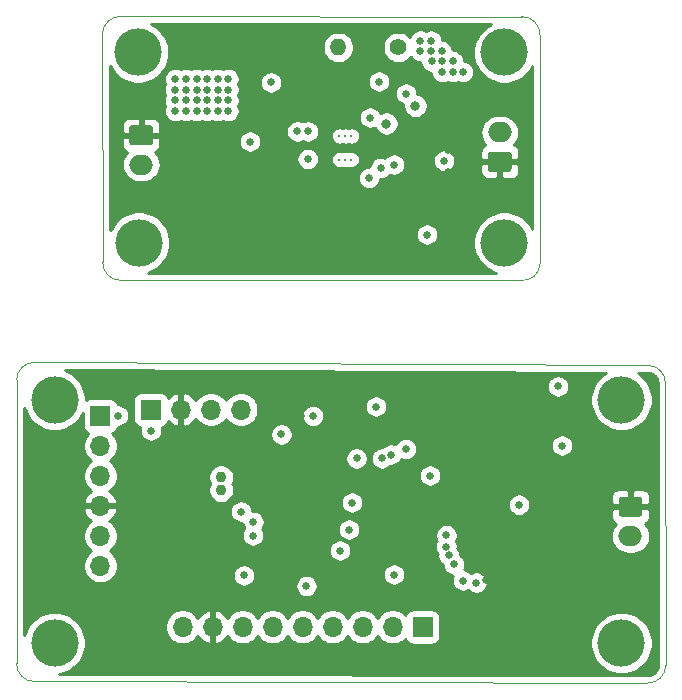
<source format=gbr>
%TF.GenerationSoftware,KiCad,Pcbnew,5.1.5+dfsg1-2build2*%
%TF.CreationDate,2021-04-08T10:41:37-07:00*%
%TF.ProjectId,spl_prototype,73706c5f-7072-46f7-946f-747970652e6b,rev?*%
%TF.SameCoordinates,Original*%
%TF.FileFunction,Copper,L2,Inr*%
%TF.FilePolarity,Positive*%
%FSLAX46Y46*%
G04 Gerber Fmt 4.6, Leading zero omitted, Abs format (unit mm)*
G04 Created by KiCad (PCBNEW 5.1.5+dfsg1-2build2) date 2021-04-08 10:41:37*
%MOMM*%
%LPD*%
G04 APERTURE LIST*
%TA.AperFunction,Profile*%
%ADD10C,0.050000*%
%TD*%
%TA.AperFunction,ViaPad*%
%ADD11C,0.100000*%
%TD*%
%TA.AperFunction,ViaPad*%
%ADD12O,2.000000X1.700000*%
%TD*%
%TA.AperFunction,ViaPad*%
%ADD13O,1.400000X1.400000*%
%TD*%
%TA.AperFunction,ViaPad*%
%ADD14C,1.400000*%
%TD*%
%TA.AperFunction,ViaPad*%
%ADD15C,0.920000*%
%TD*%
%TA.AperFunction,ViaPad*%
%ADD16R,1.700000X1.700000*%
%TD*%
%TA.AperFunction,ViaPad*%
%ADD17O,1.700000X1.700000*%
%TD*%
%TA.AperFunction,ViaPad*%
%ADD18C,0.200000*%
%TD*%
%TA.AperFunction,ViaPad*%
%ADD19C,4.000000*%
%TD*%
%TA.AperFunction,ViaPad*%
%ADD20C,0.635000*%
%TD*%
%TA.AperFunction,ViaPad*%
%ADD21C,0.800000*%
%TD*%
%TA.AperFunction,Conductor*%
%ADD22C,0.254000*%
%TD*%
G04 APERTURE END LIST*
D10*
X97000000Y-44759201D02*
X96960034Y-25501071D01*
X132420000Y-46300000D02*
X98500649Y-46300000D01*
X134030000Y-25590649D02*
X134027699Y-44839584D01*
X98560000Y-23940799D02*
X132469351Y-23960000D01*
X132468914Y-23957945D02*
G75*
G02X134030000Y-25590649I11087J-1552056D01*
G01*
X134027699Y-44839584D02*
G75*
G02X132420000Y-46300000I-1457700J-10417D01*
G01*
X98500649Y-46300000D02*
G75*
G02X97000000Y-44759201I-10650J1490800D01*
G01*
X96960034Y-25501071D02*
G75*
G02X98560000Y-23940799I1549967J11072D01*
G01*
X89700000Y-78720000D02*
X89709201Y-54740649D01*
X143120000Y-80390000D02*
X91200649Y-80260799D01*
X144640000Y-55030000D02*
X144660799Y-78889351D01*
X91250000Y-53240000D02*
X143140000Y-53490000D01*
X144660799Y-78889351D02*
G75*
G02X143120000Y-80390000I-1490800J-10650D01*
G01*
X91200649Y-80260799D02*
G75*
G02X89700000Y-78720000I-10650J1490800D01*
G01*
X143139351Y-53489201D02*
G75*
G02X144640000Y-55030000I10650J-1490800D01*
G01*
X89709201Y-54740649D02*
G75*
G02X91250000Y-53240000I1490800J10650D01*
G01*
%TA.AperFunction,ViaPad*%
D11*
%TO.N,GNDD*%
%TO.C,J8*%
G36*
X142454504Y-64601204D02*
G01*
X142478773Y-64604804D01*
X142502571Y-64610765D01*
X142525671Y-64619030D01*
X142547849Y-64629520D01*
X142568893Y-64642133D01*
X142588598Y-64656747D01*
X142606777Y-64673223D01*
X142623253Y-64691402D01*
X142637867Y-64711107D01*
X142650480Y-64732151D01*
X142660970Y-64754329D01*
X142669235Y-64777429D01*
X142675196Y-64801227D01*
X142678796Y-64825496D01*
X142680000Y-64850000D01*
X142680000Y-66050000D01*
X142678796Y-66074504D01*
X142675196Y-66098773D01*
X142669235Y-66122571D01*
X142660970Y-66145671D01*
X142650480Y-66167849D01*
X142637867Y-66188893D01*
X142623253Y-66208598D01*
X142606777Y-66226777D01*
X142588598Y-66243253D01*
X142568893Y-66257867D01*
X142547849Y-66270480D01*
X142525671Y-66280970D01*
X142502571Y-66289235D01*
X142478773Y-66295196D01*
X142454504Y-66298796D01*
X142430000Y-66300000D01*
X140930000Y-66300000D01*
X140905496Y-66298796D01*
X140881227Y-66295196D01*
X140857429Y-66289235D01*
X140834329Y-66280970D01*
X140812151Y-66270480D01*
X140791107Y-66257867D01*
X140771402Y-66243253D01*
X140753223Y-66226777D01*
X140736747Y-66208598D01*
X140722133Y-66188893D01*
X140709520Y-66167849D01*
X140699030Y-66145671D01*
X140690765Y-66122571D01*
X140684804Y-66098773D01*
X140681204Y-66074504D01*
X140680000Y-66050000D01*
X140680000Y-64850000D01*
X140681204Y-64825496D01*
X140684804Y-64801227D01*
X140690765Y-64777429D01*
X140699030Y-64754329D01*
X140709520Y-64732151D01*
X140722133Y-64711107D01*
X140736747Y-64691402D01*
X140753223Y-64673223D01*
X140771402Y-64656747D01*
X140791107Y-64642133D01*
X140812151Y-64629520D01*
X140834329Y-64619030D01*
X140857429Y-64610765D01*
X140881227Y-64604804D01*
X140905496Y-64601204D01*
X140930000Y-64600000D01*
X142430000Y-64600000D01*
X142454504Y-64601204D01*
G37*
%TD.AperFunction*%
D12*
%TO.N,/STM32SUPPLY*%
X141680000Y-67950000D03*
%TD*%
%TO.N,/STM32SUPPLY_SRC*%
%TO.C,J5*%
X130610000Y-33760000D03*
%TA.AperFunction,ViaPad*%
D11*
%TO.N,GND*%
G36*
X131384504Y-35411204D02*
G01*
X131408773Y-35414804D01*
X131432571Y-35420765D01*
X131455671Y-35429030D01*
X131477849Y-35439520D01*
X131498893Y-35452133D01*
X131518598Y-35466747D01*
X131536777Y-35483223D01*
X131553253Y-35501402D01*
X131567867Y-35521107D01*
X131580480Y-35542151D01*
X131590970Y-35564329D01*
X131599235Y-35587429D01*
X131605196Y-35611227D01*
X131608796Y-35635496D01*
X131610000Y-35660000D01*
X131610000Y-36860000D01*
X131608796Y-36884504D01*
X131605196Y-36908773D01*
X131599235Y-36932571D01*
X131590970Y-36955671D01*
X131580480Y-36977849D01*
X131567867Y-36998893D01*
X131553253Y-37018598D01*
X131536777Y-37036777D01*
X131518598Y-37053253D01*
X131498893Y-37067867D01*
X131477849Y-37080480D01*
X131455671Y-37090970D01*
X131432571Y-37099235D01*
X131408773Y-37105196D01*
X131384504Y-37108796D01*
X131360000Y-37110000D01*
X129860000Y-37110000D01*
X129835496Y-37108796D01*
X129811227Y-37105196D01*
X129787429Y-37099235D01*
X129764329Y-37090970D01*
X129742151Y-37080480D01*
X129721107Y-37067867D01*
X129701402Y-37053253D01*
X129683223Y-37036777D01*
X129666747Y-37018598D01*
X129652133Y-36998893D01*
X129639520Y-36977849D01*
X129629030Y-36955671D01*
X129620765Y-36932571D01*
X129614804Y-36908773D01*
X129611204Y-36884504D01*
X129610000Y-36860000D01*
X129610000Y-35660000D01*
X129611204Y-35635496D01*
X129614804Y-35611227D01*
X129620765Y-35587429D01*
X129629030Y-35564329D01*
X129639520Y-35542151D01*
X129652133Y-35521107D01*
X129666747Y-35501402D01*
X129683223Y-35483223D01*
X129701402Y-35466747D01*
X129721107Y-35452133D01*
X129742151Y-35439520D01*
X129764329Y-35429030D01*
X129787429Y-35420765D01*
X129811227Y-35414804D01*
X129835496Y-35411204D01*
X129860000Y-35410000D01*
X131360000Y-35410000D01*
X131384504Y-35411204D01*
G37*
%TD.AperFunction*%
%TD*%
D13*
%TO.N,Net-(C18-Pad2)*%
%TO.C,J6*%
X116940000Y-26570000D03*
D14*
%TO.N,Net-(C21-Pad2)*%
X122020000Y-26570000D03*
%TD*%
D15*
%TO.N,Net-(C11-Pad1)*%
%TO.C,Y1*%
X107022140Y-64066220D03*
%TO.N,Net-(C10-Pad1)*%
X107022140Y-62966220D03*
%TD*%
D16*
%TO.N,/STM32SUPPLY*%
%TO.C,J7*%
X101074000Y-57234000D03*
D17*
%TO.N,GNDD*%
X103614000Y-57234000D03*
%TO.N,/I2C1_SCL*%
X106154000Y-57234000D03*
%TO.N,/I2C1_SDA*%
X108694000Y-57234000D03*
%TD*%
D16*
%TO.N,/STM32SUPPLY*%
%TO.C,J4 JTAG*%
X96798000Y-57772000D03*
D17*
%TO.N,/SWD_SWDIO*%
X96798000Y-60312000D03*
%TO.N,/SWD_SWCLK*%
X96798000Y-62852000D03*
%TO.N,GNDD*%
X96798000Y-65392000D03*
%TO.N,/USART_TX*%
X96798000Y-67932000D03*
%TO.N,/USART_RX*%
X96798000Y-70472000D03*
%TD*%
D16*
%TO.N,/LoRaRST*%
%TO.C,J3*%
X124078000Y-75642000D03*
D17*
%TO.N,/SPI2_SSN*%
X121538000Y-75642000D03*
%TO.N,/SPI2_MOSI*%
X118998000Y-75642000D03*
%TO.N,/SPI2_MISO*%
X116458000Y-75642000D03*
%TO.N,/SPI2_SCK*%
X113918000Y-75642000D03*
%TO.N,/LoRaIRQ*%
X111378000Y-75642000D03*
%TO.N,/LoRaEN*%
X108838000Y-75642000D03*
%TO.N,GNDD*%
X106298000Y-75642000D03*
%TO.N,/STM32SUPPLY*%
X103758000Y-75642000D03*
%TD*%
D12*
%TO.N,+BATT*%
%TO.C,J1 BATT*%
X100250000Y-36500000D03*
%TA.AperFunction,ViaPad*%
D11*
%TO.N,GND*%
G36*
X101024504Y-33151204D02*
G01*
X101048773Y-33154804D01*
X101072571Y-33160765D01*
X101095671Y-33169030D01*
X101117849Y-33179520D01*
X101138893Y-33192133D01*
X101158598Y-33206747D01*
X101176777Y-33223223D01*
X101193253Y-33241402D01*
X101207867Y-33261107D01*
X101220480Y-33282151D01*
X101230970Y-33304329D01*
X101239235Y-33327429D01*
X101245196Y-33351227D01*
X101248796Y-33375496D01*
X101250000Y-33400000D01*
X101250000Y-34600000D01*
X101248796Y-34624504D01*
X101245196Y-34648773D01*
X101239235Y-34672571D01*
X101230970Y-34695671D01*
X101220480Y-34717849D01*
X101207867Y-34738893D01*
X101193253Y-34758598D01*
X101176777Y-34776777D01*
X101158598Y-34793253D01*
X101138893Y-34807867D01*
X101117849Y-34820480D01*
X101095671Y-34830970D01*
X101072571Y-34839235D01*
X101048773Y-34845196D01*
X101024504Y-34848796D01*
X101000000Y-34850000D01*
X99500000Y-34850000D01*
X99475496Y-34848796D01*
X99451227Y-34845196D01*
X99427429Y-34839235D01*
X99404329Y-34830970D01*
X99382151Y-34820480D01*
X99361107Y-34807867D01*
X99341402Y-34793253D01*
X99323223Y-34776777D01*
X99306747Y-34758598D01*
X99292133Y-34738893D01*
X99279520Y-34717849D01*
X99269030Y-34695671D01*
X99260765Y-34672571D01*
X99254804Y-34648773D01*
X99251204Y-34624504D01*
X99250000Y-34600000D01*
X99250000Y-33400000D01*
X99251204Y-33375496D01*
X99254804Y-33351227D01*
X99260765Y-33327429D01*
X99269030Y-33304329D01*
X99279520Y-33282151D01*
X99292133Y-33261107D01*
X99306747Y-33241402D01*
X99323223Y-33223223D01*
X99341402Y-33206747D01*
X99361107Y-33192133D01*
X99382151Y-33179520D01*
X99404329Y-33169030D01*
X99427429Y-33160765D01*
X99451227Y-33154804D01*
X99475496Y-33151204D01*
X99500000Y-33150000D01*
X101000000Y-33150000D01*
X101024504Y-33151204D01*
G37*
%TD.AperFunction*%
%TD*%
D18*
%TO.N,*%
%TO.C,U7*%
X117040000Y-34070000D03*
X118040000Y-34070000D03*
X118040000Y-36070000D03*
X117040000Y-36070000D03*
X117540000Y-34070000D03*
X117540000Y-36070000D03*
%TD*%
D19*
%TO.N,*%
X140918000Y-56400000D03*
X140918000Y-77000000D03*
X92918000Y-56400000D03*
X92918000Y-77000000D03*
X100000000Y-27000000D03*
X100076000Y-43100000D03*
X131000000Y-27000000D03*
X131000000Y-43100000D03*
D20*
X113470000Y-33690000D03*
X114370000Y-33690000D03*
X103140000Y-29250000D03*
X104040000Y-29250000D03*
X104940000Y-29250000D03*
X105840000Y-29250000D03*
X106740000Y-29250000D03*
X107640000Y-29250000D03*
X103140000Y-30150000D03*
X104040000Y-30150000D03*
X104940000Y-30150000D03*
X105840000Y-30150000D03*
X106740000Y-30150000D03*
X107640000Y-30150000D03*
X103140000Y-31050000D03*
X104040000Y-31050000D03*
X104940000Y-31050000D03*
X105840000Y-31050000D03*
X106740000Y-31050000D03*
X107640000Y-31050000D03*
X103140000Y-31950000D03*
X104040000Y-31950000D03*
X104940000Y-31950000D03*
X105840000Y-31950000D03*
X106740000Y-31950000D03*
X107640000Y-31950000D03*
X126640000Y-28650000D03*
X125690000Y-26900000D03*
X124790000Y-26000000D03*
X125740000Y-28650000D03*
X124840000Y-27750000D03*
X126640000Y-27750000D03*
X125740000Y-27750000D03*
X127500000Y-28650000D03*
X124790000Y-26900000D03*
X123890000Y-26900000D03*
X123890000Y-26000000D03*
%TO.N,GND*%
X115141960Y-32611960D03*
X115414040Y-28790360D03*
X116005000Y-30560000D03*
X113538000Y-27686000D03*
X126200000Y-37120000D03*
X126260000Y-35240000D03*
X114680000Y-43510000D03*
X114530000Y-41490000D03*
X114300000Y-38140000D03*
X122315000Y-42265000D03*
X126110000Y-42230000D03*
X128450000Y-36640000D03*
X105156000Y-37338000D03*
X108712000Y-40132000D03*
X122280000Y-37666510D03*
X118579720Y-38377500D03*
X104140000Y-34544000D03*
X113430000Y-32050000D03*
X118480000Y-28260000D03*
X122520000Y-28370000D03*
%TO.N,/STM32SUPPLY*%
X135544120Y-55278340D03*
X132246880Y-65294220D03*
X122672260Y-60571180D03*
X112127540Y-59335380D03*
X128627925Y-71886140D03*
X101074000Y-59012000D03*
X98280000Y-57742000D03*
X124696000Y-62822000D03*
X126088401Y-67880739D03*
X135872000Y-60282000D03*
X121648000Y-71204000D03*
X114247260Y-72185260D03*
%TO.N,Net-(C18-Pad1)*%
X119530000Y-37620000D03*
%TO.N,Net-(C21-Pad2)*%
X125910000Y-36170000D03*
X120527936Y-36792520D03*
%TO.N,Net-(C29-Pad1)*%
X122682000Y-30480000D03*
D21*
X121020001Y-33020000D03*
D20*
%TO.N,/VRECT*%
X121666000Y-36501500D03*
%TO.N,/SPI2_MISO*%
X108694000Y-65870000D03*
%TO.N,/SPI2_MOSI*%
X109762040Y-66771640D03*
%TO.N,/SWD_SWCLK*%
X118489494Y-61372502D03*
%TO.N,/SWD_SWDIO*%
X121394000Y-61044000D03*
%TO.N,/USER_LED1*%
X108948000Y-71281840D03*
X109710000Y-67902000D03*
%TO.N,Net-(R3-Pad1)*%
X120124000Y-56980000D03*
X114790000Y-57767399D03*
%TO.N,Net-(R13-Pad1)*%
X120396000Y-29464000D03*
X119634000Y-32512000D03*
%TO.N,+5V*%
X114351890Y-36021890D03*
X111230000Y-29540000D03*
X124460000Y-42418000D03*
X109474000Y-34544000D03*
D21*
X123471800Y-31523800D03*
D20*
%TO.N,/SPI1_SSN*%
X127490000Y-71712000D03*
%TO.N,/SPI1_MOSI*%
X126728006Y-70341940D03*
%TO.N,/SPI1_MISO*%
X126291306Y-69588769D03*
%TO.N,/SPI1_SCK*%
X126084562Y-68841842D03*
%TO.N,Net-(JP4-Pad1)*%
X118092000Y-65108000D03*
%TO.N,Net-(JP5-Pad1)*%
X117838000Y-67394000D03*
%TO.N,Net-(JP6-Pad1)*%
X117076000Y-69172000D03*
%TO.N,Net-(JP7-Pad1)*%
X120632000Y-61372510D03*
%TO.N,GNDD*%
X124395740Y-61763620D03*
X127479300Y-65441540D03*
X128551180Y-63983580D03*
X120247260Y-72038580D03*
X113082580Y-72375740D03*
X100552760Y-64331560D03*
D21*
X125818140Y-73678760D03*
D20*
X113747260Y-57767400D03*
X99912040Y-68421640D03*
X107212040Y-68421640D03*
X112962040Y-66671640D03*
D21*
X98548000Y-65492000D03*
D20*
X129423244Y-71662108D03*
X128350920Y-70442000D03*
X103614000Y-59012000D03*
X100566000Y-62568000D03*
X126220000Y-62822000D03*
X122664000Y-58250000D03*
X137650000Y-60028000D03*
X110218000Y-59774000D03*
%TD*%
D22*
%TO.N,GNDD*%
G36*
X139568231Y-54132799D02*
G01*
X139238285Y-54353262D01*
X138871262Y-54720285D01*
X138582893Y-55151859D01*
X138384261Y-55631399D01*
X138283000Y-56140475D01*
X138283000Y-56659525D01*
X138384261Y-57168601D01*
X138582893Y-57648141D01*
X138871262Y-58079715D01*
X139238285Y-58446738D01*
X139669859Y-58735107D01*
X140149399Y-58933739D01*
X140658475Y-59035000D01*
X141177525Y-59035000D01*
X141686601Y-58933739D01*
X142166141Y-58735107D01*
X142597715Y-58446738D01*
X142964738Y-58079715D01*
X143253107Y-57648141D01*
X143451739Y-57168601D01*
X143553000Y-56659525D01*
X143553000Y-56140475D01*
X143451739Y-55631399D01*
X143253107Y-55151859D01*
X142964738Y-54720285D01*
X142597715Y-54353262D01*
X142287375Y-54145899D01*
X143117099Y-54149897D01*
X143304958Y-54166962D01*
X143459930Y-54212546D01*
X143603093Y-54287360D01*
X143728997Y-54388557D01*
X143832848Y-54512280D01*
X143910692Y-54653821D01*
X143959559Y-54807786D01*
X143980331Y-54992702D01*
X143980312Y-54994676D01*
X143979972Y-54998157D01*
X144000773Y-78859712D01*
X143983037Y-79054960D01*
X143937456Y-79209926D01*
X143862640Y-79353093D01*
X143761443Y-79478997D01*
X143637721Y-79582847D01*
X143496175Y-79660693D01*
X143342215Y-79709559D01*
X143157298Y-79730331D01*
X143156433Y-79730323D01*
X143154061Y-79730083D01*
X93322922Y-79606079D01*
X93686601Y-79533739D01*
X94166141Y-79335107D01*
X94597715Y-79046738D01*
X94964738Y-78679715D01*
X95253107Y-78248141D01*
X95451739Y-77768601D01*
X95553000Y-77259525D01*
X95553000Y-76740475D01*
X95451739Y-76231399D01*
X95253107Y-75751859D01*
X95081974Y-75495740D01*
X102273000Y-75495740D01*
X102273000Y-75788260D01*
X102330068Y-76075158D01*
X102442010Y-76345411D01*
X102604525Y-76588632D01*
X102811368Y-76795475D01*
X103054589Y-76957990D01*
X103324842Y-77069932D01*
X103611740Y-77127000D01*
X103904260Y-77127000D01*
X104191158Y-77069932D01*
X104461411Y-76957990D01*
X104704632Y-76795475D01*
X104911475Y-76588632D01*
X105033195Y-76406466D01*
X105102822Y-76523355D01*
X105297731Y-76739588D01*
X105531080Y-76913641D01*
X105793901Y-77038825D01*
X105941110Y-77083476D01*
X106171000Y-76962155D01*
X106171000Y-75769000D01*
X106151000Y-75769000D01*
X106151000Y-75515000D01*
X106171000Y-75515000D01*
X106171000Y-74321845D01*
X106425000Y-74321845D01*
X106425000Y-75515000D01*
X106445000Y-75515000D01*
X106445000Y-75769000D01*
X106425000Y-75769000D01*
X106425000Y-76962155D01*
X106654890Y-77083476D01*
X106802099Y-77038825D01*
X107064920Y-76913641D01*
X107298269Y-76739588D01*
X107493178Y-76523355D01*
X107562805Y-76406466D01*
X107684525Y-76588632D01*
X107891368Y-76795475D01*
X108134589Y-76957990D01*
X108404842Y-77069932D01*
X108691740Y-77127000D01*
X108984260Y-77127000D01*
X109271158Y-77069932D01*
X109541411Y-76957990D01*
X109784632Y-76795475D01*
X109991475Y-76588632D01*
X110108000Y-76414240D01*
X110224525Y-76588632D01*
X110431368Y-76795475D01*
X110674589Y-76957990D01*
X110944842Y-77069932D01*
X111231740Y-77127000D01*
X111524260Y-77127000D01*
X111811158Y-77069932D01*
X112081411Y-76957990D01*
X112324632Y-76795475D01*
X112531475Y-76588632D01*
X112648000Y-76414240D01*
X112764525Y-76588632D01*
X112971368Y-76795475D01*
X113214589Y-76957990D01*
X113484842Y-77069932D01*
X113771740Y-77127000D01*
X114064260Y-77127000D01*
X114351158Y-77069932D01*
X114621411Y-76957990D01*
X114864632Y-76795475D01*
X115071475Y-76588632D01*
X115188000Y-76414240D01*
X115304525Y-76588632D01*
X115511368Y-76795475D01*
X115754589Y-76957990D01*
X116024842Y-77069932D01*
X116311740Y-77127000D01*
X116604260Y-77127000D01*
X116891158Y-77069932D01*
X117161411Y-76957990D01*
X117404632Y-76795475D01*
X117611475Y-76588632D01*
X117728000Y-76414240D01*
X117844525Y-76588632D01*
X118051368Y-76795475D01*
X118294589Y-76957990D01*
X118564842Y-77069932D01*
X118851740Y-77127000D01*
X119144260Y-77127000D01*
X119431158Y-77069932D01*
X119701411Y-76957990D01*
X119944632Y-76795475D01*
X120151475Y-76588632D01*
X120268000Y-76414240D01*
X120384525Y-76588632D01*
X120591368Y-76795475D01*
X120834589Y-76957990D01*
X121104842Y-77069932D01*
X121391740Y-77127000D01*
X121684260Y-77127000D01*
X121971158Y-77069932D01*
X122241411Y-76957990D01*
X122484632Y-76795475D01*
X122616487Y-76663620D01*
X122638498Y-76736180D01*
X122697463Y-76846494D01*
X122776815Y-76943185D01*
X122873506Y-77022537D01*
X122983820Y-77081502D01*
X123103518Y-77117812D01*
X123228000Y-77130072D01*
X124928000Y-77130072D01*
X125052482Y-77117812D01*
X125172180Y-77081502D01*
X125282494Y-77022537D01*
X125379185Y-76943185D01*
X125458537Y-76846494D01*
X125515206Y-76740475D01*
X138283000Y-76740475D01*
X138283000Y-77259525D01*
X138384261Y-77768601D01*
X138582893Y-78248141D01*
X138871262Y-78679715D01*
X139238285Y-79046738D01*
X139669859Y-79335107D01*
X140149399Y-79533739D01*
X140658475Y-79635000D01*
X141177525Y-79635000D01*
X141686601Y-79533739D01*
X142166141Y-79335107D01*
X142597715Y-79046738D01*
X142964738Y-78679715D01*
X143253107Y-78248141D01*
X143451739Y-77768601D01*
X143553000Y-77259525D01*
X143553000Y-76740475D01*
X143451739Y-76231399D01*
X143253107Y-75751859D01*
X142964738Y-75320285D01*
X142597715Y-74953262D01*
X142166141Y-74664893D01*
X141686601Y-74466261D01*
X141177525Y-74365000D01*
X140658475Y-74365000D01*
X140149399Y-74466261D01*
X139669859Y-74664893D01*
X139238285Y-74953262D01*
X138871262Y-75320285D01*
X138582893Y-75751859D01*
X138384261Y-76231399D01*
X138283000Y-76740475D01*
X125515206Y-76740475D01*
X125517502Y-76736180D01*
X125553812Y-76616482D01*
X125566072Y-76492000D01*
X125566072Y-74792000D01*
X125553812Y-74667518D01*
X125517502Y-74547820D01*
X125458537Y-74437506D01*
X125379185Y-74340815D01*
X125282494Y-74261463D01*
X125172180Y-74202498D01*
X125052482Y-74166188D01*
X124928000Y-74153928D01*
X123228000Y-74153928D01*
X123103518Y-74166188D01*
X122983820Y-74202498D01*
X122873506Y-74261463D01*
X122776815Y-74340815D01*
X122697463Y-74437506D01*
X122638498Y-74547820D01*
X122616487Y-74620380D01*
X122484632Y-74488525D01*
X122241411Y-74326010D01*
X121971158Y-74214068D01*
X121684260Y-74157000D01*
X121391740Y-74157000D01*
X121104842Y-74214068D01*
X120834589Y-74326010D01*
X120591368Y-74488525D01*
X120384525Y-74695368D01*
X120268000Y-74869760D01*
X120151475Y-74695368D01*
X119944632Y-74488525D01*
X119701411Y-74326010D01*
X119431158Y-74214068D01*
X119144260Y-74157000D01*
X118851740Y-74157000D01*
X118564842Y-74214068D01*
X118294589Y-74326010D01*
X118051368Y-74488525D01*
X117844525Y-74695368D01*
X117728000Y-74869760D01*
X117611475Y-74695368D01*
X117404632Y-74488525D01*
X117161411Y-74326010D01*
X116891158Y-74214068D01*
X116604260Y-74157000D01*
X116311740Y-74157000D01*
X116024842Y-74214068D01*
X115754589Y-74326010D01*
X115511368Y-74488525D01*
X115304525Y-74695368D01*
X115188000Y-74869760D01*
X115071475Y-74695368D01*
X114864632Y-74488525D01*
X114621411Y-74326010D01*
X114351158Y-74214068D01*
X114064260Y-74157000D01*
X113771740Y-74157000D01*
X113484842Y-74214068D01*
X113214589Y-74326010D01*
X112971368Y-74488525D01*
X112764525Y-74695368D01*
X112648000Y-74869760D01*
X112531475Y-74695368D01*
X112324632Y-74488525D01*
X112081411Y-74326010D01*
X111811158Y-74214068D01*
X111524260Y-74157000D01*
X111231740Y-74157000D01*
X110944842Y-74214068D01*
X110674589Y-74326010D01*
X110431368Y-74488525D01*
X110224525Y-74695368D01*
X110108000Y-74869760D01*
X109991475Y-74695368D01*
X109784632Y-74488525D01*
X109541411Y-74326010D01*
X109271158Y-74214068D01*
X108984260Y-74157000D01*
X108691740Y-74157000D01*
X108404842Y-74214068D01*
X108134589Y-74326010D01*
X107891368Y-74488525D01*
X107684525Y-74695368D01*
X107562805Y-74877534D01*
X107493178Y-74760645D01*
X107298269Y-74544412D01*
X107064920Y-74370359D01*
X106802099Y-74245175D01*
X106654890Y-74200524D01*
X106425000Y-74321845D01*
X106171000Y-74321845D01*
X105941110Y-74200524D01*
X105793901Y-74245175D01*
X105531080Y-74370359D01*
X105297731Y-74544412D01*
X105102822Y-74760645D01*
X105033195Y-74877534D01*
X104911475Y-74695368D01*
X104704632Y-74488525D01*
X104461411Y-74326010D01*
X104191158Y-74214068D01*
X103904260Y-74157000D01*
X103611740Y-74157000D01*
X103324842Y-74214068D01*
X103054589Y-74326010D01*
X102811368Y-74488525D01*
X102604525Y-74695368D01*
X102442010Y-74938589D01*
X102330068Y-75208842D01*
X102273000Y-75495740D01*
X95081974Y-75495740D01*
X94964738Y-75320285D01*
X94597715Y-74953262D01*
X94166141Y-74664893D01*
X93686601Y-74466261D01*
X93177525Y-74365000D01*
X92658475Y-74365000D01*
X92149399Y-74466261D01*
X91669859Y-74664893D01*
X91238285Y-74953262D01*
X90871262Y-75320285D01*
X90582893Y-75751859D01*
X90384261Y-76231399D01*
X90360909Y-76348796D01*
X90364194Y-67785740D01*
X95313000Y-67785740D01*
X95313000Y-68078260D01*
X95370068Y-68365158D01*
X95482010Y-68635411D01*
X95644525Y-68878632D01*
X95851368Y-69085475D01*
X96025760Y-69202000D01*
X95851368Y-69318525D01*
X95644525Y-69525368D01*
X95482010Y-69768589D01*
X95370068Y-70038842D01*
X95313000Y-70325740D01*
X95313000Y-70618260D01*
X95370068Y-70905158D01*
X95482010Y-71175411D01*
X95644525Y-71418632D01*
X95851368Y-71625475D01*
X96094589Y-71787990D01*
X96364842Y-71899932D01*
X96651740Y-71957000D01*
X96944260Y-71957000D01*
X97231158Y-71899932D01*
X97501411Y-71787990D01*
X97744632Y-71625475D01*
X97951475Y-71418632D01*
X98105560Y-71188027D01*
X107995500Y-71188027D01*
X107995500Y-71375653D01*
X108032104Y-71559674D01*
X108103905Y-71733018D01*
X108208145Y-71889024D01*
X108340816Y-72021695D01*
X108496822Y-72125935D01*
X108670166Y-72197736D01*
X108854187Y-72234340D01*
X109041813Y-72234340D01*
X109225834Y-72197736D01*
X109399178Y-72125935D01*
X109450792Y-72091447D01*
X113294760Y-72091447D01*
X113294760Y-72279073D01*
X113331364Y-72463094D01*
X113403165Y-72636438D01*
X113507405Y-72792444D01*
X113640076Y-72925115D01*
X113796082Y-73029355D01*
X113969426Y-73101156D01*
X114153447Y-73137760D01*
X114341073Y-73137760D01*
X114525094Y-73101156D01*
X114698438Y-73029355D01*
X114854444Y-72925115D01*
X114987115Y-72792444D01*
X115091355Y-72636438D01*
X115163156Y-72463094D01*
X115199760Y-72279073D01*
X115199760Y-72091447D01*
X115163156Y-71907426D01*
X115091355Y-71734082D01*
X114987115Y-71578076D01*
X114854444Y-71445405D01*
X114698438Y-71341165D01*
X114525094Y-71269364D01*
X114341073Y-71232760D01*
X114153447Y-71232760D01*
X113969426Y-71269364D01*
X113796082Y-71341165D01*
X113640076Y-71445405D01*
X113507405Y-71578076D01*
X113403165Y-71734082D01*
X113331364Y-71907426D01*
X113294760Y-72091447D01*
X109450792Y-72091447D01*
X109555184Y-72021695D01*
X109687855Y-71889024D01*
X109792095Y-71733018D01*
X109863896Y-71559674D01*
X109900500Y-71375653D01*
X109900500Y-71188027D01*
X109885017Y-71110187D01*
X120695500Y-71110187D01*
X120695500Y-71297813D01*
X120732104Y-71481834D01*
X120803905Y-71655178D01*
X120908145Y-71811184D01*
X121040816Y-71943855D01*
X121196822Y-72048095D01*
X121370166Y-72119896D01*
X121554187Y-72156500D01*
X121741813Y-72156500D01*
X121925834Y-72119896D01*
X122099178Y-72048095D01*
X122255184Y-71943855D01*
X122387855Y-71811184D01*
X122492095Y-71655178D01*
X122563896Y-71481834D01*
X122600500Y-71297813D01*
X122600500Y-71110187D01*
X122563896Y-70926166D01*
X122492095Y-70752822D01*
X122387855Y-70596816D01*
X122255184Y-70464145D01*
X122099178Y-70359905D01*
X121925834Y-70288104D01*
X121741813Y-70251500D01*
X121554187Y-70251500D01*
X121370166Y-70288104D01*
X121196822Y-70359905D01*
X121040816Y-70464145D01*
X120908145Y-70596816D01*
X120803905Y-70752822D01*
X120732104Y-70926166D01*
X120695500Y-71110187D01*
X109885017Y-71110187D01*
X109863896Y-71004006D01*
X109792095Y-70830662D01*
X109687855Y-70674656D01*
X109555184Y-70541985D01*
X109399178Y-70437745D01*
X109225834Y-70365944D01*
X109041813Y-70329340D01*
X108854187Y-70329340D01*
X108670166Y-70365944D01*
X108496822Y-70437745D01*
X108340816Y-70541985D01*
X108208145Y-70674656D01*
X108103905Y-70830662D01*
X108032104Y-71004006D01*
X107995500Y-71188027D01*
X98105560Y-71188027D01*
X98113990Y-71175411D01*
X98225932Y-70905158D01*
X98283000Y-70618260D01*
X98283000Y-70325740D01*
X98225932Y-70038842D01*
X98113990Y-69768589D01*
X97951475Y-69525368D01*
X97744632Y-69318525D01*
X97570240Y-69202000D01*
X97744632Y-69085475D01*
X97751920Y-69078187D01*
X116123500Y-69078187D01*
X116123500Y-69265813D01*
X116160104Y-69449834D01*
X116231905Y-69623178D01*
X116336145Y-69779184D01*
X116468816Y-69911855D01*
X116624822Y-70016095D01*
X116798166Y-70087896D01*
X116982187Y-70124500D01*
X117169813Y-70124500D01*
X117353834Y-70087896D01*
X117527178Y-70016095D01*
X117683184Y-69911855D01*
X117815855Y-69779184D01*
X117920095Y-69623178D01*
X117991896Y-69449834D01*
X118028500Y-69265813D01*
X118028500Y-69078187D01*
X117991896Y-68894166D01*
X117931365Y-68748029D01*
X125132062Y-68748029D01*
X125132062Y-68935655D01*
X125168666Y-69119676D01*
X125240467Y-69293020D01*
X125344707Y-69449026D01*
X125347405Y-69451724D01*
X125338806Y-69494956D01*
X125338806Y-69682582D01*
X125375410Y-69866603D01*
X125447211Y-70039947D01*
X125551451Y-70195953D01*
X125684122Y-70328624D01*
X125775506Y-70389685D01*
X125775506Y-70435753D01*
X125812110Y-70619774D01*
X125883911Y-70793118D01*
X125988151Y-70949124D01*
X126120822Y-71081795D01*
X126276828Y-71186035D01*
X126450172Y-71257836D01*
X126632149Y-71294033D01*
X126574104Y-71434166D01*
X126537500Y-71618187D01*
X126537500Y-71805813D01*
X126574104Y-71989834D01*
X126645905Y-72163178D01*
X126750145Y-72319184D01*
X126882816Y-72451855D01*
X127038822Y-72556095D01*
X127212166Y-72627896D01*
X127396187Y-72664500D01*
X127583813Y-72664500D01*
X127767834Y-72627896D01*
X127941178Y-72556095D01*
X127946971Y-72552225D01*
X128020741Y-72625995D01*
X128176747Y-72730235D01*
X128350091Y-72802036D01*
X128534112Y-72838640D01*
X128721738Y-72838640D01*
X128905759Y-72802036D01*
X129079103Y-72730235D01*
X129235109Y-72625995D01*
X129367780Y-72493324D01*
X129472020Y-72337318D01*
X129543821Y-72163974D01*
X129580425Y-71979953D01*
X129580425Y-71792327D01*
X129543821Y-71608306D01*
X129472020Y-71434962D01*
X129367780Y-71278956D01*
X129235109Y-71146285D01*
X129079103Y-71042045D01*
X128905759Y-70970244D01*
X128721738Y-70933640D01*
X128534112Y-70933640D01*
X128350091Y-70970244D01*
X128176747Y-71042045D01*
X128170954Y-71045915D01*
X128097184Y-70972145D01*
X127941178Y-70867905D01*
X127767834Y-70796104D01*
X127585857Y-70759907D01*
X127643902Y-70619774D01*
X127680506Y-70435753D01*
X127680506Y-70248127D01*
X127643902Y-70064106D01*
X127572101Y-69890762D01*
X127467861Y-69734756D01*
X127335190Y-69602085D01*
X127243806Y-69541024D01*
X127243806Y-69494956D01*
X127207202Y-69310935D01*
X127135401Y-69137591D01*
X127031161Y-68981585D01*
X127028463Y-68978887D01*
X127037062Y-68935655D01*
X127037062Y-68748029D01*
X127000458Y-68564008D01*
X126928657Y-68390664D01*
X126910950Y-68364163D01*
X126932496Y-68331917D01*
X127004297Y-68158573D01*
X127040901Y-67974552D01*
X127040901Y-67950000D01*
X140037815Y-67950000D01*
X140066487Y-68241111D01*
X140151401Y-68521034D01*
X140289294Y-68779014D01*
X140474866Y-69005134D01*
X140700986Y-69190706D01*
X140958966Y-69328599D01*
X141238889Y-69413513D01*
X141457050Y-69435000D01*
X141902950Y-69435000D01*
X142121111Y-69413513D01*
X142401034Y-69328599D01*
X142659014Y-69190706D01*
X142885134Y-69005134D01*
X143070706Y-68779014D01*
X143208599Y-68521034D01*
X143293513Y-68241111D01*
X143322185Y-67950000D01*
X143293513Y-67658889D01*
X143208599Y-67378966D01*
X143070706Y-67120986D01*
X142889392Y-66900055D01*
X142924180Y-66889502D01*
X143034494Y-66830537D01*
X143131185Y-66751185D01*
X143210537Y-66654494D01*
X143269502Y-66544180D01*
X143305812Y-66424482D01*
X143318072Y-66300000D01*
X143315000Y-65735750D01*
X143156250Y-65577000D01*
X141807000Y-65577000D01*
X141807000Y-65597000D01*
X141553000Y-65597000D01*
X141553000Y-65577000D01*
X140203750Y-65577000D01*
X140045000Y-65735750D01*
X140041928Y-66300000D01*
X140054188Y-66424482D01*
X140090498Y-66544180D01*
X140149463Y-66654494D01*
X140228815Y-66751185D01*
X140325506Y-66830537D01*
X140435820Y-66889502D01*
X140470608Y-66900055D01*
X140289294Y-67120986D01*
X140151401Y-67378966D01*
X140066487Y-67658889D01*
X140037815Y-67950000D01*
X127040901Y-67950000D01*
X127040901Y-67786926D01*
X127004297Y-67602905D01*
X126932496Y-67429561D01*
X126828256Y-67273555D01*
X126695585Y-67140884D01*
X126539579Y-67036644D01*
X126366235Y-66964843D01*
X126182214Y-66928239D01*
X125994588Y-66928239D01*
X125810567Y-66964843D01*
X125637223Y-67036644D01*
X125481217Y-67140884D01*
X125348546Y-67273555D01*
X125244306Y-67429561D01*
X125172505Y-67602905D01*
X125135901Y-67786926D01*
X125135901Y-67974552D01*
X125172505Y-68158573D01*
X125244306Y-68331917D01*
X125262013Y-68358418D01*
X125240467Y-68390664D01*
X125168666Y-68564008D01*
X125132062Y-68748029D01*
X117931365Y-68748029D01*
X117920095Y-68720822D01*
X117815855Y-68564816D01*
X117683184Y-68432145D01*
X117527178Y-68327905D01*
X117353834Y-68256104D01*
X117169813Y-68219500D01*
X116982187Y-68219500D01*
X116798166Y-68256104D01*
X116624822Y-68327905D01*
X116468816Y-68432145D01*
X116336145Y-68564816D01*
X116231905Y-68720822D01*
X116160104Y-68894166D01*
X116123500Y-69078187D01*
X97751920Y-69078187D01*
X97951475Y-68878632D01*
X98113990Y-68635411D01*
X98225932Y-68365158D01*
X98283000Y-68078260D01*
X98283000Y-67785740D01*
X98225932Y-67498842D01*
X98113990Y-67228589D01*
X97951475Y-66985368D01*
X97744632Y-66778525D01*
X97562466Y-66656805D01*
X97679355Y-66587178D01*
X97895588Y-66392269D01*
X98069641Y-66158920D01*
X98194825Y-65896099D01*
X98231196Y-65776187D01*
X107741500Y-65776187D01*
X107741500Y-65963813D01*
X107778104Y-66147834D01*
X107849905Y-66321178D01*
X107954145Y-66477184D01*
X108086816Y-66609855D01*
X108242822Y-66714095D01*
X108416166Y-66785896D01*
X108600187Y-66822500D01*
X108787813Y-66822500D01*
X108809540Y-66818178D01*
X108809540Y-66865453D01*
X108846144Y-67049474D01*
X108917945Y-67222818D01*
X108968099Y-67297878D01*
X108865905Y-67450822D01*
X108794104Y-67624166D01*
X108757500Y-67808187D01*
X108757500Y-67995813D01*
X108794104Y-68179834D01*
X108865905Y-68353178D01*
X108970145Y-68509184D01*
X109102816Y-68641855D01*
X109258822Y-68746095D01*
X109432166Y-68817896D01*
X109616187Y-68854500D01*
X109803813Y-68854500D01*
X109987834Y-68817896D01*
X110161178Y-68746095D01*
X110317184Y-68641855D01*
X110449855Y-68509184D01*
X110554095Y-68353178D01*
X110625896Y-68179834D01*
X110662500Y-67995813D01*
X110662500Y-67808187D01*
X110625896Y-67624166D01*
X110554095Y-67450822D01*
X110503941Y-67375762D01*
X110554438Y-67300187D01*
X116885500Y-67300187D01*
X116885500Y-67487813D01*
X116922104Y-67671834D01*
X116993905Y-67845178D01*
X117098145Y-68001184D01*
X117230816Y-68133855D01*
X117386822Y-68238095D01*
X117560166Y-68309896D01*
X117744187Y-68346500D01*
X117931813Y-68346500D01*
X118115834Y-68309896D01*
X118289178Y-68238095D01*
X118445184Y-68133855D01*
X118577855Y-68001184D01*
X118682095Y-67845178D01*
X118753896Y-67671834D01*
X118790500Y-67487813D01*
X118790500Y-67300187D01*
X118753896Y-67116166D01*
X118682095Y-66942822D01*
X118577855Y-66786816D01*
X118445184Y-66654145D01*
X118289178Y-66549905D01*
X118115834Y-66478104D01*
X117931813Y-66441500D01*
X117744187Y-66441500D01*
X117560166Y-66478104D01*
X117386822Y-66549905D01*
X117230816Y-66654145D01*
X117098145Y-66786816D01*
X116993905Y-66942822D01*
X116922104Y-67116166D01*
X116885500Y-67300187D01*
X110554438Y-67300187D01*
X110606135Y-67222818D01*
X110677936Y-67049474D01*
X110714540Y-66865453D01*
X110714540Y-66677827D01*
X110677936Y-66493806D01*
X110606135Y-66320462D01*
X110501895Y-66164456D01*
X110369224Y-66031785D01*
X110213218Y-65927545D01*
X110039874Y-65855744D01*
X109855853Y-65819140D01*
X109668227Y-65819140D01*
X109646500Y-65823462D01*
X109646500Y-65776187D01*
X109609896Y-65592166D01*
X109538095Y-65418822D01*
X109433855Y-65262816D01*
X109301184Y-65130145D01*
X109145178Y-65025905D01*
X109116889Y-65014187D01*
X117139500Y-65014187D01*
X117139500Y-65201813D01*
X117176104Y-65385834D01*
X117247905Y-65559178D01*
X117352145Y-65715184D01*
X117484816Y-65847855D01*
X117640822Y-65952095D01*
X117814166Y-66023896D01*
X117998187Y-66060500D01*
X118185813Y-66060500D01*
X118369834Y-66023896D01*
X118543178Y-65952095D01*
X118699184Y-65847855D01*
X118831855Y-65715184D01*
X118936095Y-65559178D01*
X119007896Y-65385834D01*
X119044500Y-65201813D01*
X119044500Y-65200407D01*
X131294380Y-65200407D01*
X131294380Y-65388033D01*
X131330984Y-65572054D01*
X131402785Y-65745398D01*
X131507025Y-65901404D01*
X131639696Y-66034075D01*
X131795702Y-66138315D01*
X131969046Y-66210116D01*
X132153067Y-66246720D01*
X132340693Y-66246720D01*
X132524714Y-66210116D01*
X132698058Y-66138315D01*
X132854064Y-66034075D01*
X132986735Y-65901404D01*
X133090975Y-65745398D01*
X133162776Y-65572054D01*
X133199380Y-65388033D01*
X133199380Y-65200407D01*
X133162776Y-65016386D01*
X133090975Y-64843042D01*
X132986735Y-64687036D01*
X132899699Y-64600000D01*
X140041928Y-64600000D01*
X140045000Y-65164250D01*
X140203750Y-65323000D01*
X141553000Y-65323000D01*
X141553000Y-64123750D01*
X141807000Y-64123750D01*
X141807000Y-65323000D01*
X143156250Y-65323000D01*
X143315000Y-65164250D01*
X143318072Y-64600000D01*
X143305812Y-64475518D01*
X143269502Y-64355820D01*
X143210537Y-64245506D01*
X143131185Y-64148815D01*
X143034494Y-64069463D01*
X142924180Y-64010498D01*
X142804482Y-63974188D01*
X142680000Y-63961928D01*
X141965750Y-63965000D01*
X141807000Y-64123750D01*
X141553000Y-64123750D01*
X141394250Y-63965000D01*
X140680000Y-63961928D01*
X140555518Y-63974188D01*
X140435820Y-64010498D01*
X140325506Y-64069463D01*
X140228815Y-64148815D01*
X140149463Y-64245506D01*
X140090498Y-64355820D01*
X140054188Y-64475518D01*
X140041928Y-64600000D01*
X132899699Y-64600000D01*
X132854064Y-64554365D01*
X132698058Y-64450125D01*
X132524714Y-64378324D01*
X132340693Y-64341720D01*
X132153067Y-64341720D01*
X131969046Y-64378324D01*
X131795702Y-64450125D01*
X131639696Y-64554365D01*
X131507025Y-64687036D01*
X131402785Y-64843042D01*
X131330984Y-65016386D01*
X131294380Y-65200407D01*
X119044500Y-65200407D01*
X119044500Y-65014187D01*
X119007896Y-64830166D01*
X118936095Y-64656822D01*
X118831855Y-64500816D01*
X118699184Y-64368145D01*
X118543178Y-64263905D01*
X118369834Y-64192104D01*
X118185813Y-64155500D01*
X117998187Y-64155500D01*
X117814166Y-64192104D01*
X117640822Y-64263905D01*
X117484816Y-64368145D01*
X117352145Y-64500816D01*
X117247905Y-64656822D01*
X117176104Y-64830166D01*
X117139500Y-65014187D01*
X109116889Y-65014187D01*
X108971834Y-64954104D01*
X108787813Y-64917500D01*
X108600187Y-64917500D01*
X108416166Y-64954104D01*
X108242822Y-65025905D01*
X108086816Y-65130145D01*
X107954145Y-65262816D01*
X107849905Y-65418822D01*
X107778104Y-65592166D01*
X107741500Y-65776187D01*
X98231196Y-65776187D01*
X98239476Y-65748890D01*
X98118155Y-65519000D01*
X96925000Y-65519000D01*
X96925000Y-65539000D01*
X96671000Y-65539000D01*
X96671000Y-65519000D01*
X95477845Y-65519000D01*
X95356524Y-65748890D01*
X95401175Y-65896099D01*
X95526359Y-66158920D01*
X95700412Y-66392269D01*
X95916645Y-66587178D01*
X96033534Y-66656805D01*
X95851368Y-66778525D01*
X95644525Y-66985368D01*
X95482010Y-67228589D01*
X95370068Y-67498842D01*
X95313000Y-67785740D01*
X90364194Y-67785740D01*
X90368300Y-57088358D01*
X90384261Y-57168601D01*
X90582893Y-57648141D01*
X90871262Y-58079715D01*
X91238285Y-58446738D01*
X91669859Y-58735107D01*
X92149399Y-58933739D01*
X92658475Y-59035000D01*
X93177525Y-59035000D01*
X93686601Y-58933739D01*
X94166141Y-58735107D01*
X94597715Y-58446738D01*
X94964738Y-58079715D01*
X95253107Y-57648141D01*
X95309928Y-57510963D01*
X95309928Y-58622000D01*
X95322188Y-58746482D01*
X95358498Y-58866180D01*
X95417463Y-58976494D01*
X95496815Y-59073185D01*
X95593506Y-59152537D01*
X95703820Y-59211502D01*
X95776380Y-59233513D01*
X95644525Y-59365368D01*
X95482010Y-59608589D01*
X95370068Y-59878842D01*
X95313000Y-60165740D01*
X95313000Y-60458260D01*
X95370068Y-60745158D01*
X95482010Y-61015411D01*
X95644525Y-61258632D01*
X95851368Y-61465475D01*
X96025760Y-61582000D01*
X95851368Y-61698525D01*
X95644525Y-61905368D01*
X95482010Y-62148589D01*
X95370068Y-62418842D01*
X95313000Y-62705740D01*
X95313000Y-62998260D01*
X95370068Y-63285158D01*
X95482010Y-63555411D01*
X95644525Y-63798632D01*
X95851368Y-64005475D01*
X96033534Y-64127195D01*
X95916645Y-64196822D01*
X95700412Y-64391731D01*
X95526359Y-64625080D01*
X95401175Y-64887901D01*
X95356524Y-65035110D01*
X95477845Y-65265000D01*
X96671000Y-65265000D01*
X96671000Y-65245000D01*
X96925000Y-65245000D01*
X96925000Y-65265000D01*
X98118155Y-65265000D01*
X98239476Y-65035110D01*
X98194825Y-64887901D01*
X98069641Y-64625080D01*
X97895588Y-64391731D01*
X97679355Y-64196822D01*
X97562466Y-64127195D01*
X97744632Y-64005475D01*
X97951475Y-63798632D01*
X98113990Y-63555411D01*
X98225932Y-63285158D01*
X98283000Y-62998260D01*
X98283000Y-62858372D01*
X105927140Y-62858372D01*
X105927140Y-63074068D01*
X105969220Y-63285620D01*
X106051764Y-63484897D01*
X106072693Y-63516220D01*
X106051764Y-63547543D01*
X105969220Y-63746820D01*
X105927140Y-63958372D01*
X105927140Y-64174068D01*
X105969220Y-64385620D01*
X106051764Y-64584897D01*
X106171598Y-64764242D01*
X106324118Y-64916762D01*
X106503463Y-65036596D01*
X106702740Y-65119140D01*
X106914292Y-65161220D01*
X107129988Y-65161220D01*
X107341540Y-65119140D01*
X107540817Y-65036596D01*
X107720162Y-64916762D01*
X107872682Y-64764242D01*
X107992516Y-64584897D01*
X108075060Y-64385620D01*
X108117140Y-64174068D01*
X108117140Y-63958372D01*
X108075060Y-63746820D01*
X107992516Y-63547543D01*
X107971587Y-63516220D01*
X107992516Y-63484897D01*
X108075060Y-63285620D01*
X108117140Y-63074068D01*
X108117140Y-62858372D01*
X108091245Y-62728187D01*
X123743500Y-62728187D01*
X123743500Y-62915813D01*
X123780104Y-63099834D01*
X123851905Y-63273178D01*
X123956145Y-63429184D01*
X124088816Y-63561855D01*
X124244822Y-63666095D01*
X124418166Y-63737896D01*
X124602187Y-63774500D01*
X124789813Y-63774500D01*
X124973834Y-63737896D01*
X125147178Y-63666095D01*
X125303184Y-63561855D01*
X125435855Y-63429184D01*
X125540095Y-63273178D01*
X125611896Y-63099834D01*
X125648500Y-62915813D01*
X125648500Y-62728187D01*
X125611896Y-62544166D01*
X125540095Y-62370822D01*
X125435855Y-62214816D01*
X125303184Y-62082145D01*
X125147178Y-61977905D01*
X124973834Y-61906104D01*
X124789813Y-61869500D01*
X124602187Y-61869500D01*
X124418166Y-61906104D01*
X124244822Y-61977905D01*
X124088816Y-62082145D01*
X123956145Y-62214816D01*
X123851905Y-62370822D01*
X123780104Y-62544166D01*
X123743500Y-62728187D01*
X108091245Y-62728187D01*
X108075060Y-62646820D01*
X107992516Y-62447543D01*
X107872682Y-62268198D01*
X107720162Y-62115678D01*
X107540817Y-61995844D01*
X107341540Y-61913300D01*
X107129988Y-61871220D01*
X106914292Y-61871220D01*
X106702740Y-61913300D01*
X106503463Y-61995844D01*
X106324118Y-62115678D01*
X106171598Y-62268198D01*
X106051764Y-62447543D01*
X105969220Y-62646820D01*
X105927140Y-62858372D01*
X98283000Y-62858372D01*
X98283000Y-62705740D01*
X98225932Y-62418842D01*
X98113990Y-62148589D01*
X97951475Y-61905368D01*
X97744632Y-61698525D01*
X97570240Y-61582000D01*
X97744632Y-61465475D01*
X97931418Y-61278689D01*
X117536994Y-61278689D01*
X117536994Y-61466315D01*
X117573598Y-61650336D01*
X117645399Y-61823680D01*
X117749639Y-61979686D01*
X117882310Y-62112357D01*
X118038316Y-62216597D01*
X118211660Y-62288398D01*
X118395681Y-62325002D01*
X118583307Y-62325002D01*
X118767328Y-62288398D01*
X118940672Y-62216597D01*
X119096678Y-62112357D01*
X119229349Y-61979686D01*
X119333589Y-61823680D01*
X119405390Y-61650336D01*
X119441994Y-61466315D01*
X119441994Y-61278697D01*
X119679500Y-61278697D01*
X119679500Y-61466323D01*
X119716104Y-61650344D01*
X119787905Y-61823688D01*
X119892145Y-61979694D01*
X120024816Y-62112365D01*
X120180822Y-62216605D01*
X120354166Y-62288406D01*
X120538187Y-62325010D01*
X120725813Y-62325010D01*
X120909834Y-62288406D01*
X121083178Y-62216605D01*
X121239184Y-62112365D01*
X121355049Y-61996500D01*
X121487813Y-61996500D01*
X121671834Y-61959896D01*
X121845178Y-61888095D01*
X122001184Y-61783855D01*
X122133855Y-61651184D01*
X122238095Y-61495178D01*
X122263853Y-61432991D01*
X122394426Y-61487076D01*
X122578447Y-61523680D01*
X122766073Y-61523680D01*
X122950094Y-61487076D01*
X123123438Y-61415275D01*
X123279444Y-61311035D01*
X123412115Y-61178364D01*
X123516355Y-61022358D01*
X123588156Y-60849014D01*
X123624760Y-60664993D01*
X123624760Y-60477367D01*
X123588156Y-60293346D01*
X123544598Y-60188187D01*
X134919500Y-60188187D01*
X134919500Y-60375813D01*
X134956104Y-60559834D01*
X135027905Y-60733178D01*
X135132145Y-60889184D01*
X135264816Y-61021855D01*
X135420822Y-61126095D01*
X135594166Y-61197896D01*
X135778187Y-61234500D01*
X135965813Y-61234500D01*
X136149834Y-61197896D01*
X136323178Y-61126095D01*
X136479184Y-61021855D01*
X136611855Y-60889184D01*
X136716095Y-60733178D01*
X136787896Y-60559834D01*
X136824500Y-60375813D01*
X136824500Y-60188187D01*
X136787896Y-60004166D01*
X136716095Y-59830822D01*
X136611855Y-59674816D01*
X136479184Y-59542145D01*
X136323178Y-59437905D01*
X136149834Y-59366104D01*
X135965813Y-59329500D01*
X135778187Y-59329500D01*
X135594166Y-59366104D01*
X135420822Y-59437905D01*
X135264816Y-59542145D01*
X135132145Y-59674816D01*
X135027905Y-59830822D01*
X134956104Y-60004166D01*
X134919500Y-60188187D01*
X123544598Y-60188187D01*
X123516355Y-60120002D01*
X123412115Y-59963996D01*
X123279444Y-59831325D01*
X123123438Y-59727085D01*
X122950094Y-59655284D01*
X122766073Y-59618680D01*
X122578447Y-59618680D01*
X122394426Y-59655284D01*
X122221082Y-59727085D01*
X122065076Y-59831325D01*
X121932405Y-59963996D01*
X121828165Y-60120002D01*
X121802407Y-60182189D01*
X121671834Y-60128104D01*
X121487813Y-60091500D01*
X121300187Y-60091500D01*
X121116166Y-60128104D01*
X120942822Y-60199905D01*
X120786816Y-60304145D01*
X120670951Y-60420010D01*
X120538187Y-60420010D01*
X120354166Y-60456614D01*
X120180822Y-60528415D01*
X120024816Y-60632655D01*
X119892145Y-60765326D01*
X119787905Y-60921332D01*
X119716104Y-61094676D01*
X119679500Y-61278697D01*
X119441994Y-61278697D01*
X119441994Y-61278689D01*
X119405390Y-61094668D01*
X119333589Y-60921324D01*
X119229349Y-60765318D01*
X119096678Y-60632647D01*
X118940672Y-60528407D01*
X118767328Y-60456606D01*
X118583307Y-60420002D01*
X118395681Y-60420002D01*
X118211660Y-60456606D01*
X118038316Y-60528407D01*
X117882310Y-60632647D01*
X117749639Y-60765318D01*
X117645399Y-60921324D01*
X117573598Y-61094668D01*
X117536994Y-61278689D01*
X97931418Y-61278689D01*
X97951475Y-61258632D01*
X98113990Y-61015411D01*
X98225932Y-60745158D01*
X98283000Y-60458260D01*
X98283000Y-60165740D01*
X98225932Y-59878842D01*
X98113990Y-59608589D01*
X97951475Y-59365368D01*
X97819620Y-59233513D01*
X97892180Y-59211502D01*
X98002494Y-59152537D01*
X98099185Y-59073185D01*
X98178537Y-58976494D01*
X98237502Y-58866180D01*
X98273812Y-58746482D01*
X98278932Y-58694500D01*
X98373813Y-58694500D01*
X98557834Y-58657896D01*
X98731178Y-58586095D01*
X98887184Y-58481855D01*
X99019855Y-58349184D01*
X99124095Y-58193178D01*
X99195896Y-58019834D01*
X99232500Y-57835813D01*
X99232500Y-57648187D01*
X99195896Y-57464166D01*
X99124095Y-57290822D01*
X99019855Y-57134816D01*
X98887184Y-57002145D01*
X98731178Y-56897905D01*
X98557834Y-56826104D01*
X98373813Y-56789500D01*
X98271380Y-56789500D01*
X98237502Y-56677820D01*
X98178537Y-56567506D01*
X98099185Y-56470815D01*
X98002494Y-56391463D01*
X97988532Y-56384000D01*
X99585928Y-56384000D01*
X99585928Y-58084000D01*
X99598188Y-58208482D01*
X99634498Y-58328180D01*
X99693463Y-58438494D01*
X99772815Y-58535185D01*
X99869506Y-58614537D01*
X99979820Y-58673502D01*
X100099518Y-58709812D01*
X100165500Y-58716310D01*
X100158104Y-58734166D01*
X100121500Y-58918187D01*
X100121500Y-59105813D01*
X100158104Y-59289834D01*
X100229905Y-59463178D01*
X100334145Y-59619184D01*
X100466816Y-59751855D01*
X100622822Y-59856095D01*
X100796166Y-59927896D01*
X100980187Y-59964500D01*
X101167813Y-59964500D01*
X101351834Y-59927896D01*
X101525178Y-59856095D01*
X101681184Y-59751855D01*
X101813855Y-59619184D01*
X101918095Y-59463178D01*
X101989896Y-59289834D01*
X101999496Y-59241567D01*
X111175040Y-59241567D01*
X111175040Y-59429193D01*
X111211644Y-59613214D01*
X111283445Y-59786558D01*
X111387685Y-59942564D01*
X111520356Y-60075235D01*
X111676362Y-60179475D01*
X111849706Y-60251276D01*
X112033727Y-60287880D01*
X112221353Y-60287880D01*
X112405374Y-60251276D01*
X112578718Y-60179475D01*
X112734724Y-60075235D01*
X112867395Y-59942564D01*
X112971635Y-59786558D01*
X113043436Y-59613214D01*
X113080040Y-59429193D01*
X113080040Y-59241567D01*
X113043436Y-59057546D01*
X112971635Y-58884202D01*
X112867395Y-58728196D01*
X112734724Y-58595525D01*
X112578718Y-58491285D01*
X112405374Y-58419484D01*
X112221353Y-58382880D01*
X112033727Y-58382880D01*
X111849706Y-58419484D01*
X111676362Y-58491285D01*
X111520356Y-58595525D01*
X111387685Y-58728196D01*
X111283445Y-58884202D01*
X111211644Y-59057546D01*
X111175040Y-59241567D01*
X101999496Y-59241567D01*
X102026500Y-59105813D01*
X102026500Y-58918187D01*
X101989896Y-58734166D01*
X101982500Y-58716310D01*
X102048482Y-58709812D01*
X102168180Y-58673502D01*
X102278494Y-58614537D01*
X102375185Y-58535185D01*
X102454537Y-58438494D01*
X102513502Y-58328180D01*
X102537966Y-58247534D01*
X102613731Y-58331588D01*
X102847080Y-58505641D01*
X103109901Y-58630825D01*
X103257110Y-58675476D01*
X103487000Y-58554155D01*
X103487000Y-57361000D01*
X103467000Y-57361000D01*
X103467000Y-57107000D01*
X103487000Y-57107000D01*
X103487000Y-55913845D01*
X103741000Y-55913845D01*
X103741000Y-57107000D01*
X103761000Y-57107000D01*
X103761000Y-57361000D01*
X103741000Y-57361000D01*
X103741000Y-58554155D01*
X103970890Y-58675476D01*
X104118099Y-58630825D01*
X104380920Y-58505641D01*
X104614269Y-58331588D01*
X104809178Y-58115355D01*
X104878805Y-57998466D01*
X105000525Y-58180632D01*
X105207368Y-58387475D01*
X105450589Y-58549990D01*
X105720842Y-58661932D01*
X106007740Y-58719000D01*
X106300260Y-58719000D01*
X106587158Y-58661932D01*
X106857411Y-58549990D01*
X107100632Y-58387475D01*
X107307475Y-58180632D01*
X107424000Y-58006240D01*
X107540525Y-58180632D01*
X107747368Y-58387475D01*
X107990589Y-58549990D01*
X108260842Y-58661932D01*
X108547740Y-58719000D01*
X108840260Y-58719000D01*
X109127158Y-58661932D01*
X109397411Y-58549990D01*
X109640632Y-58387475D01*
X109847475Y-58180632D01*
X110009990Y-57937411D01*
X110119269Y-57673586D01*
X113837500Y-57673586D01*
X113837500Y-57861212D01*
X113874104Y-58045233D01*
X113945905Y-58218577D01*
X114050145Y-58374583D01*
X114182816Y-58507254D01*
X114338822Y-58611494D01*
X114512166Y-58683295D01*
X114696187Y-58719899D01*
X114883813Y-58719899D01*
X115067834Y-58683295D01*
X115241178Y-58611494D01*
X115397184Y-58507254D01*
X115529855Y-58374583D01*
X115634095Y-58218577D01*
X115705896Y-58045233D01*
X115742500Y-57861212D01*
X115742500Y-57673586D01*
X115705896Y-57489565D01*
X115634095Y-57316221D01*
X115529855Y-57160215D01*
X115397184Y-57027544D01*
X115241178Y-56923304D01*
X115151570Y-56886187D01*
X119171500Y-56886187D01*
X119171500Y-57073813D01*
X119208104Y-57257834D01*
X119279905Y-57431178D01*
X119384145Y-57587184D01*
X119516816Y-57719855D01*
X119672822Y-57824095D01*
X119846166Y-57895896D01*
X120030187Y-57932500D01*
X120217813Y-57932500D01*
X120401834Y-57895896D01*
X120575178Y-57824095D01*
X120731184Y-57719855D01*
X120863855Y-57587184D01*
X120968095Y-57431178D01*
X121039896Y-57257834D01*
X121076500Y-57073813D01*
X121076500Y-56886187D01*
X121039896Y-56702166D01*
X120968095Y-56528822D01*
X120863855Y-56372816D01*
X120731184Y-56240145D01*
X120575178Y-56135905D01*
X120401834Y-56064104D01*
X120217813Y-56027500D01*
X120030187Y-56027500D01*
X119846166Y-56064104D01*
X119672822Y-56135905D01*
X119516816Y-56240145D01*
X119384145Y-56372816D01*
X119279905Y-56528822D01*
X119208104Y-56702166D01*
X119171500Y-56886187D01*
X115151570Y-56886187D01*
X115067834Y-56851503D01*
X114883813Y-56814899D01*
X114696187Y-56814899D01*
X114512166Y-56851503D01*
X114338822Y-56923304D01*
X114182816Y-57027544D01*
X114050145Y-57160215D01*
X113945905Y-57316221D01*
X113874104Y-57489565D01*
X113837500Y-57673586D01*
X110119269Y-57673586D01*
X110121932Y-57667158D01*
X110179000Y-57380260D01*
X110179000Y-57087740D01*
X110121932Y-56800842D01*
X110009990Y-56530589D01*
X109847475Y-56287368D01*
X109640632Y-56080525D01*
X109397411Y-55918010D01*
X109127158Y-55806068D01*
X108840260Y-55749000D01*
X108547740Y-55749000D01*
X108260842Y-55806068D01*
X107990589Y-55918010D01*
X107747368Y-56080525D01*
X107540525Y-56287368D01*
X107424000Y-56461760D01*
X107307475Y-56287368D01*
X107100632Y-56080525D01*
X106857411Y-55918010D01*
X106587158Y-55806068D01*
X106300260Y-55749000D01*
X106007740Y-55749000D01*
X105720842Y-55806068D01*
X105450589Y-55918010D01*
X105207368Y-56080525D01*
X105000525Y-56287368D01*
X104878805Y-56469534D01*
X104809178Y-56352645D01*
X104614269Y-56136412D01*
X104380920Y-55962359D01*
X104118099Y-55837175D01*
X103970890Y-55792524D01*
X103741000Y-55913845D01*
X103487000Y-55913845D01*
X103257110Y-55792524D01*
X103109901Y-55837175D01*
X102847080Y-55962359D01*
X102613731Y-56136412D01*
X102537966Y-56220466D01*
X102513502Y-56139820D01*
X102454537Y-56029506D01*
X102375185Y-55932815D01*
X102278494Y-55853463D01*
X102168180Y-55794498D01*
X102048482Y-55758188D01*
X101924000Y-55745928D01*
X100224000Y-55745928D01*
X100099518Y-55758188D01*
X99979820Y-55794498D01*
X99869506Y-55853463D01*
X99772815Y-55932815D01*
X99693463Y-56029506D01*
X99634498Y-56139820D01*
X99598188Y-56259518D01*
X99585928Y-56384000D01*
X97988532Y-56384000D01*
X97892180Y-56332498D01*
X97772482Y-56296188D01*
X97648000Y-56283928D01*
X95948000Y-56283928D01*
X95823518Y-56296188D01*
X95703820Y-56332498D01*
X95593506Y-56391463D01*
X95553000Y-56424705D01*
X95553000Y-56140475D01*
X95451739Y-55631399D01*
X95266639Y-55184527D01*
X134591620Y-55184527D01*
X134591620Y-55372153D01*
X134628224Y-55556174D01*
X134700025Y-55729518D01*
X134804265Y-55885524D01*
X134936936Y-56018195D01*
X135092942Y-56122435D01*
X135266286Y-56194236D01*
X135450307Y-56230840D01*
X135637933Y-56230840D01*
X135821954Y-56194236D01*
X135995298Y-56122435D01*
X136151304Y-56018195D01*
X136283975Y-55885524D01*
X136388215Y-55729518D01*
X136460016Y-55556174D01*
X136496620Y-55372153D01*
X136496620Y-55184527D01*
X136460016Y-55000506D01*
X136388215Y-54827162D01*
X136283975Y-54671156D01*
X136151304Y-54538485D01*
X135995298Y-54434245D01*
X135821954Y-54362444D01*
X135637933Y-54325840D01*
X135450307Y-54325840D01*
X135266286Y-54362444D01*
X135092942Y-54434245D01*
X134936936Y-54538485D01*
X134804265Y-54671156D01*
X134700025Y-54827162D01*
X134628224Y-55000506D01*
X134591620Y-55184527D01*
X95266639Y-55184527D01*
X95253107Y-55151859D01*
X94964738Y-54720285D01*
X94597715Y-54353262D01*
X94166141Y-54064893D01*
X93797706Y-53912282D01*
X139568231Y-54132799D01*
G37*
X139568231Y-54132799D02*
X139238285Y-54353262D01*
X138871262Y-54720285D01*
X138582893Y-55151859D01*
X138384261Y-55631399D01*
X138283000Y-56140475D01*
X138283000Y-56659525D01*
X138384261Y-57168601D01*
X138582893Y-57648141D01*
X138871262Y-58079715D01*
X139238285Y-58446738D01*
X139669859Y-58735107D01*
X140149399Y-58933739D01*
X140658475Y-59035000D01*
X141177525Y-59035000D01*
X141686601Y-58933739D01*
X142166141Y-58735107D01*
X142597715Y-58446738D01*
X142964738Y-58079715D01*
X143253107Y-57648141D01*
X143451739Y-57168601D01*
X143553000Y-56659525D01*
X143553000Y-56140475D01*
X143451739Y-55631399D01*
X143253107Y-55151859D01*
X142964738Y-54720285D01*
X142597715Y-54353262D01*
X142287375Y-54145899D01*
X143117099Y-54149897D01*
X143304958Y-54166962D01*
X143459930Y-54212546D01*
X143603093Y-54287360D01*
X143728997Y-54388557D01*
X143832848Y-54512280D01*
X143910692Y-54653821D01*
X143959559Y-54807786D01*
X143980331Y-54992702D01*
X143980312Y-54994676D01*
X143979972Y-54998157D01*
X144000773Y-78859712D01*
X143983037Y-79054960D01*
X143937456Y-79209926D01*
X143862640Y-79353093D01*
X143761443Y-79478997D01*
X143637721Y-79582847D01*
X143496175Y-79660693D01*
X143342215Y-79709559D01*
X143157298Y-79730331D01*
X143156433Y-79730323D01*
X143154061Y-79730083D01*
X93322922Y-79606079D01*
X93686601Y-79533739D01*
X94166141Y-79335107D01*
X94597715Y-79046738D01*
X94964738Y-78679715D01*
X95253107Y-78248141D01*
X95451739Y-77768601D01*
X95553000Y-77259525D01*
X95553000Y-76740475D01*
X95451739Y-76231399D01*
X95253107Y-75751859D01*
X95081974Y-75495740D01*
X102273000Y-75495740D01*
X102273000Y-75788260D01*
X102330068Y-76075158D01*
X102442010Y-76345411D01*
X102604525Y-76588632D01*
X102811368Y-76795475D01*
X103054589Y-76957990D01*
X103324842Y-77069932D01*
X103611740Y-77127000D01*
X103904260Y-77127000D01*
X104191158Y-77069932D01*
X104461411Y-76957990D01*
X104704632Y-76795475D01*
X104911475Y-76588632D01*
X105033195Y-76406466D01*
X105102822Y-76523355D01*
X105297731Y-76739588D01*
X105531080Y-76913641D01*
X105793901Y-77038825D01*
X105941110Y-77083476D01*
X106171000Y-76962155D01*
X106171000Y-75769000D01*
X106151000Y-75769000D01*
X106151000Y-75515000D01*
X106171000Y-75515000D01*
X106171000Y-74321845D01*
X106425000Y-74321845D01*
X106425000Y-75515000D01*
X106445000Y-75515000D01*
X106445000Y-75769000D01*
X106425000Y-75769000D01*
X106425000Y-76962155D01*
X106654890Y-77083476D01*
X106802099Y-77038825D01*
X107064920Y-76913641D01*
X107298269Y-76739588D01*
X107493178Y-76523355D01*
X107562805Y-76406466D01*
X107684525Y-76588632D01*
X107891368Y-76795475D01*
X108134589Y-76957990D01*
X108404842Y-77069932D01*
X108691740Y-77127000D01*
X108984260Y-77127000D01*
X109271158Y-77069932D01*
X109541411Y-76957990D01*
X109784632Y-76795475D01*
X109991475Y-76588632D01*
X110108000Y-76414240D01*
X110224525Y-76588632D01*
X110431368Y-76795475D01*
X110674589Y-76957990D01*
X110944842Y-77069932D01*
X111231740Y-77127000D01*
X111524260Y-77127000D01*
X111811158Y-77069932D01*
X112081411Y-76957990D01*
X112324632Y-76795475D01*
X112531475Y-76588632D01*
X112648000Y-76414240D01*
X112764525Y-76588632D01*
X112971368Y-76795475D01*
X113214589Y-76957990D01*
X113484842Y-77069932D01*
X113771740Y-77127000D01*
X114064260Y-77127000D01*
X114351158Y-77069932D01*
X114621411Y-76957990D01*
X114864632Y-76795475D01*
X115071475Y-76588632D01*
X115188000Y-76414240D01*
X115304525Y-76588632D01*
X115511368Y-76795475D01*
X115754589Y-76957990D01*
X116024842Y-77069932D01*
X116311740Y-77127000D01*
X116604260Y-77127000D01*
X116891158Y-77069932D01*
X117161411Y-76957990D01*
X117404632Y-76795475D01*
X117611475Y-76588632D01*
X117728000Y-76414240D01*
X117844525Y-76588632D01*
X118051368Y-76795475D01*
X118294589Y-76957990D01*
X118564842Y-77069932D01*
X118851740Y-77127000D01*
X119144260Y-77127000D01*
X119431158Y-77069932D01*
X119701411Y-76957990D01*
X119944632Y-76795475D01*
X120151475Y-76588632D01*
X120268000Y-76414240D01*
X120384525Y-76588632D01*
X120591368Y-76795475D01*
X120834589Y-76957990D01*
X121104842Y-77069932D01*
X121391740Y-77127000D01*
X121684260Y-77127000D01*
X121971158Y-77069932D01*
X122241411Y-76957990D01*
X122484632Y-76795475D01*
X122616487Y-76663620D01*
X122638498Y-76736180D01*
X122697463Y-76846494D01*
X122776815Y-76943185D01*
X122873506Y-77022537D01*
X122983820Y-77081502D01*
X123103518Y-77117812D01*
X123228000Y-77130072D01*
X124928000Y-77130072D01*
X125052482Y-77117812D01*
X125172180Y-77081502D01*
X125282494Y-77022537D01*
X125379185Y-76943185D01*
X125458537Y-76846494D01*
X125515206Y-76740475D01*
X138283000Y-76740475D01*
X138283000Y-77259525D01*
X138384261Y-77768601D01*
X138582893Y-78248141D01*
X138871262Y-78679715D01*
X139238285Y-79046738D01*
X139669859Y-79335107D01*
X140149399Y-79533739D01*
X140658475Y-79635000D01*
X141177525Y-79635000D01*
X141686601Y-79533739D01*
X142166141Y-79335107D01*
X142597715Y-79046738D01*
X142964738Y-78679715D01*
X143253107Y-78248141D01*
X143451739Y-77768601D01*
X143553000Y-77259525D01*
X143553000Y-76740475D01*
X143451739Y-76231399D01*
X143253107Y-75751859D01*
X142964738Y-75320285D01*
X142597715Y-74953262D01*
X142166141Y-74664893D01*
X141686601Y-74466261D01*
X141177525Y-74365000D01*
X140658475Y-74365000D01*
X140149399Y-74466261D01*
X139669859Y-74664893D01*
X139238285Y-74953262D01*
X138871262Y-75320285D01*
X138582893Y-75751859D01*
X138384261Y-76231399D01*
X138283000Y-76740475D01*
X125515206Y-76740475D01*
X125517502Y-76736180D01*
X125553812Y-76616482D01*
X125566072Y-76492000D01*
X125566072Y-74792000D01*
X125553812Y-74667518D01*
X125517502Y-74547820D01*
X125458537Y-74437506D01*
X125379185Y-74340815D01*
X125282494Y-74261463D01*
X125172180Y-74202498D01*
X125052482Y-74166188D01*
X124928000Y-74153928D01*
X123228000Y-74153928D01*
X123103518Y-74166188D01*
X122983820Y-74202498D01*
X122873506Y-74261463D01*
X122776815Y-74340815D01*
X122697463Y-74437506D01*
X122638498Y-74547820D01*
X122616487Y-74620380D01*
X122484632Y-74488525D01*
X122241411Y-74326010D01*
X121971158Y-74214068D01*
X121684260Y-74157000D01*
X121391740Y-74157000D01*
X121104842Y-74214068D01*
X120834589Y-74326010D01*
X120591368Y-74488525D01*
X120384525Y-74695368D01*
X120268000Y-74869760D01*
X120151475Y-74695368D01*
X119944632Y-74488525D01*
X119701411Y-74326010D01*
X119431158Y-74214068D01*
X119144260Y-74157000D01*
X118851740Y-74157000D01*
X118564842Y-74214068D01*
X118294589Y-74326010D01*
X118051368Y-74488525D01*
X117844525Y-74695368D01*
X117728000Y-74869760D01*
X117611475Y-74695368D01*
X117404632Y-74488525D01*
X117161411Y-74326010D01*
X116891158Y-74214068D01*
X116604260Y-74157000D01*
X116311740Y-74157000D01*
X116024842Y-74214068D01*
X115754589Y-74326010D01*
X115511368Y-74488525D01*
X115304525Y-74695368D01*
X115188000Y-74869760D01*
X115071475Y-74695368D01*
X114864632Y-74488525D01*
X114621411Y-74326010D01*
X114351158Y-74214068D01*
X114064260Y-74157000D01*
X113771740Y-74157000D01*
X113484842Y-74214068D01*
X113214589Y-74326010D01*
X112971368Y-74488525D01*
X112764525Y-74695368D01*
X112648000Y-74869760D01*
X112531475Y-74695368D01*
X112324632Y-74488525D01*
X112081411Y-74326010D01*
X111811158Y-74214068D01*
X111524260Y-74157000D01*
X111231740Y-74157000D01*
X110944842Y-74214068D01*
X110674589Y-74326010D01*
X110431368Y-74488525D01*
X110224525Y-74695368D01*
X110108000Y-74869760D01*
X109991475Y-74695368D01*
X109784632Y-74488525D01*
X109541411Y-74326010D01*
X109271158Y-74214068D01*
X108984260Y-74157000D01*
X108691740Y-74157000D01*
X108404842Y-74214068D01*
X108134589Y-74326010D01*
X107891368Y-74488525D01*
X107684525Y-74695368D01*
X107562805Y-74877534D01*
X107493178Y-74760645D01*
X107298269Y-74544412D01*
X107064920Y-74370359D01*
X106802099Y-74245175D01*
X106654890Y-74200524D01*
X106425000Y-74321845D01*
X106171000Y-74321845D01*
X105941110Y-74200524D01*
X105793901Y-74245175D01*
X105531080Y-74370359D01*
X105297731Y-74544412D01*
X105102822Y-74760645D01*
X105033195Y-74877534D01*
X104911475Y-74695368D01*
X104704632Y-74488525D01*
X104461411Y-74326010D01*
X104191158Y-74214068D01*
X103904260Y-74157000D01*
X103611740Y-74157000D01*
X103324842Y-74214068D01*
X103054589Y-74326010D01*
X102811368Y-74488525D01*
X102604525Y-74695368D01*
X102442010Y-74938589D01*
X102330068Y-75208842D01*
X102273000Y-75495740D01*
X95081974Y-75495740D01*
X94964738Y-75320285D01*
X94597715Y-74953262D01*
X94166141Y-74664893D01*
X93686601Y-74466261D01*
X93177525Y-74365000D01*
X92658475Y-74365000D01*
X92149399Y-74466261D01*
X91669859Y-74664893D01*
X91238285Y-74953262D01*
X90871262Y-75320285D01*
X90582893Y-75751859D01*
X90384261Y-76231399D01*
X90360909Y-76348796D01*
X90364194Y-67785740D01*
X95313000Y-67785740D01*
X95313000Y-68078260D01*
X95370068Y-68365158D01*
X95482010Y-68635411D01*
X95644525Y-68878632D01*
X95851368Y-69085475D01*
X96025760Y-69202000D01*
X95851368Y-69318525D01*
X95644525Y-69525368D01*
X95482010Y-69768589D01*
X95370068Y-70038842D01*
X95313000Y-70325740D01*
X95313000Y-70618260D01*
X95370068Y-70905158D01*
X95482010Y-71175411D01*
X95644525Y-71418632D01*
X95851368Y-71625475D01*
X96094589Y-71787990D01*
X96364842Y-71899932D01*
X96651740Y-71957000D01*
X96944260Y-71957000D01*
X97231158Y-71899932D01*
X97501411Y-71787990D01*
X97744632Y-71625475D01*
X97951475Y-71418632D01*
X98105560Y-71188027D01*
X107995500Y-71188027D01*
X107995500Y-71375653D01*
X108032104Y-71559674D01*
X108103905Y-71733018D01*
X108208145Y-71889024D01*
X108340816Y-72021695D01*
X108496822Y-72125935D01*
X108670166Y-72197736D01*
X108854187Y-72234340D01*
X109041813Y-72234340D01*
X109225834Y-72197736D01*
X109399178Y-72125935D01*
X109450792Y-72091447D01*
X113294760Y-72091447D01*
X113294760Y-72279073D01*
X113331364Y-72463094D01*
X113403165Y-72636438D01*
X113507405Y-72792444D01*
X113640076Y-72925115D01*
X113796082Y-73029355D01*
X113969426Y-73101156D01*
X114153447Y-73137760D01*
X114341073Y-73137760D01*
X114525094Y-73101156D01*
X114698438Y-73029355D01*
X114854444Y-72925115D01*
X114987115Y-72792444D01*
X115091355Y-72636438D01*
X115163156Y-72463094D01*
X115199760Y-72279073D01*
X115199760Y-72091447D01*
X115163156Y-71907426D01*
X115091355Y-71734082D01*
X114987115Y-71578076D01*
X114854444Y-71445405D01*
X114698438Y-71341165D01*
X114525094Y-71269364D01*
X114341073Y-71232760D01*
X114153447Y-71232760D01*
X113969426Y-71269364D01*
X113796082Y-71341165D01*
X113640076Y-71445405D01*
X113507405Y-71578076D01*
X113403165Y-71734082D01*
X113331364Y-71907426D01*
X113294760Y-72091447D01*
X109450792Y-72091447D01*
X109555184Y-72021695D01*
X109687855Y-71889024D01*
X109792095Y-71733018D01*
X109863896Y-71559674D01*
X109900500Y-71375653D01*
X109900500Y-71188027D01*
X109885017Y-71110187D01*
X120695500Y-71110187D01*
X120695500Y-71297813D01*
X120732104Y-71481834D01*
X120803905Y-71655178D01*
X120908145Y-71811184D01*
X121040816Y-71943855D01*
X121196822Y-72048095D01*
X121370166Y-72119896D01*
X121554187Y-72156500D01*
X121741813Y-72156500D01*
X121925834Y-72119896D01*
X122099178Y-72048095D01*
X122255184Y-71943855D01*
X122387855Y-71811184D01*
X122492095Y-71655178D01*
X122563896Y-71481834D01*
X122600500Y-71297813D01*
X122600500Y-71110187D01*
X122563896Y-70926166D01*
X122492095Y-70752822D01*
X122387855Y-70596816D01*
X122255184Y-70464145D01*
X122099178Y-70359905D01*
X121925834Y-70288104D01*
X121741813Y-70251500D01*
X121554187Y-70251500D01*
X121370166Y-70288104D01*
X121196822Y-70359905D01*
X121040816Y-70464145D01*
X120908145Y-70596816D01*
X120803905Y-70752822D01*
X120732104Y-70926166D01*
X120695500Y-71110187D01*
X109885017Y-71110187D01*
X109863896Y-71004006D01*
X109792095Y-70830662D01*
X109687855Y-70674656D01*
X109555184Y-70541985D01*
X109399178Y-70437745D01*
X109225834Y-70365944D01*
X109041813Y-70329340D01*
X108854187Y-70329340D01*
X108670166Y-70365944D01*
X108496822Y-70437745D01*
X108340816Y-70541985D01*
X108208145Y-70674656D01*
X108103905Y-70830662D01*
X108032104Y-71004006D01*
X107995500Y-71188027D01*
X98105560Y-71188027D01*
X98113990Y-71175411D01*
X98225932Y-70905158D01*
X98283000Y-70618260D01*
X98283000Y-70325740D01*
X98225932Y-70038842D01*
X98113990Y-69768589D01*
X97951475Y-69525368D01*
X97744632Y-69318525D01*
X97570240Y-69202000D01*
X97744632Y-69085475D01*
X97751920Y-69078187D01*
X116123500Y-69078187D01*
X116123500Y-69265813D01*
X116160104Y-69449834D01*
X116231905Y-69623178D01*
X116336145Y-69779184D01*
X116468816Y-69911855D01*
X116624822Y-70016095D01*
X116798166Y-70087896D01*
X116982187Y-70124500D01*
X117169813Y-70124500D01*
X117353834Y-70087896D01*
X117527178Y-70016095D01*
X117683184Y-69911855D01*
X117815855Y-69779184D01*
X117920095Y-69623178D01*
X117991896Y-69449834D01*
X118028500Y-69265813D01*
X118028500Y-69078187D01*
X117991896Y-68894166D01*
X117931365Y-68748029D01*
X125132062Y-68748029D01*
X125132062Y-68935655D01*
X125168666Y-69119676D01*
X125240467Y-69293020D01*
X125344707Y-69449026D01*
X125347405Y-69451724D01*
X125338806Y-69494956D01*
X125338806Y-69682582D01*
X125375410Y-69866603D01*
X125447211Y-70039947D01*
X125551451Y-70195953D01*
X125684122Y-70328624D01*
X125775506Y-70389685D01*
X125775506Y-70435753D01*
X125812110Y-70619774D01*
X125883911Y-70793118D01*
X125988151Y-70949124D01*
X126120822Y-71081795D01*
X126276828Y-71186035D01*
X126450172Y-71257836D01*
X126632149Y-71294033D01*
X126574104Y-71434166D01*
X126537500Y-71618187D01*
X126537500Y-71805813D01*
X126574104Y-71989834D01*
X126645905Y-72163178D01*
X126750145Y-72319184D01*
X126882816Y-72451855D01*
X127038822Y-72556095D01*
X127212166Y-72627896D01*
X127396187Y-72664500D01*
X127583813Y-72664500D01*
X127767834Y-72627896D01*
X127941178Y-72556095D01*
X127946971Y-72552225D01*
X128020741Y-72625995D01*
X128176747Y-72730235D01*
X128350091Y-72802036D01*
X128534112Y-72838640D01*
X128721738Y-72838640D01*
X128905759Y-72802036D01*
X129079103Y-72730235D01*
X129235109Y-72625995D01*
X129367780Y-72493324D01*
X129472020Y-72337318D01*
X129543821Y-72163974D01*
X129580425Y-71979953D01*
X129580425Y-71792327D01*
X129543821Y-71608306D01*
X129472020Y-71434962D01*
X129367780Y-71278956D01*
X129235109Y-71146285D01*
X129079103Y-71042045D01*
X128905759Y-70970244D01*
X128721738Y-70933640D01*
X128534112Y-70933640D01*
X128350091Y-70970244D01*
X128176747Y-71042045D01*
X128170954Y-71045915D01*
X128097184Y-70972145D01*
X127941178Y-70867905D01*
X127767834Y-70796104D01*
X127585857Y-70759907D01*
X127643902Y-70619774D01*
X127680506Y-70435753D01*
X127680506Y-70248127D01*
X127643902Y-70064106D01*
X127572101Y-69890762D01*
X127467861Y-69734756D01*
X127335190Y-69602085D01*
X127243806Y-69541024D01*
X127243806Y-69494956D01*
X127207202Y-69310935D01*
X127135401Y-69137591D01*
X127031161Y-68981585D01*
X127028463Y-68978887D01*
X127037062Y-68935655D01*
X127037062Y-68748029D01*
X127000458Y-68564008D01*
X126928657Y-68390664D01*
X126910950Y-68364163D01*
X126932496Y-68331917D01*
X127004297Y-68158573D01*
X127040901Y-67974552D01*
X127040901Y-67950000D01*
X140037815Y-67950000D01*
X140066487Y-68241111D01*
X140151401Y-68521034D01*
X140289294Y-68779014D01*
X140474866Y-69005134D01*
X140700986Y-69190706D01*
X140958966Y-69328599D01*
X141238889Y-69413513D01*
X141457050Y-69435000D01*
X141902950Y-69435000D01*
X142121111Y-69413513D01*
X142401034Y-69328599D01*
X142659014Y-69190706D01*
X142885134Y-69005134D01*
X143070706Y-68779014D01*
X143208599Y-68521034D01*
X143293513Y-68241111D01*
X143322185Y-67950000D01*
X143293513Y-67658889D01*
X143208599Y-67378966D01*
X143070706Y-67120986D01*
X142889392Y-66900055D01*
X142924180Y-66889502D01*
X143034494Y-66830537D01*
X143131185Y-66751185D01*
X143210537Y-66654494D01*
X143269502Y-66544180D01*
X143305812Y-66424482D01*
X143318072Y-66300000D01*
X143315000Y-65735750D01*
X143156250Y-65577000D01*
X141807000Y-65577000D01*
X141807000Y-65597000D01*
X141553000Y-65597000D01*
X141553000Y-65577000D01*
X140203750Y-65577000D01*
X140045000Y-65735750D01*
X140041928Y-66300000D01*
X140054188Y-66424482D01*
X140090498Y-66544180D01*
X140149463Y-66654494D01*
X140228815Y-66751185D01*
X140325506Y-66830537D01*
X140435820Y-66889502D01*
X140470608Y-66900055D01*
X140289294Y-67120986D01*
X140151401Y-67378966D01*
X140066487Y-67658889D01*
X140037815Y-67950000D01*
X127040901Y-67950000D01*
X127040901Y-67786926D01*
X127004297Y-67602905D01*
X126932496Y-67429561D01*
X126828256Y-67273555D01*
X126695585Y-67140884D01*
X126539579Y-67036644D01*
X126366235Y-66964843D01*
X126182214Y-66928239D01*
X125994588Y-66928239D01*
X125810567Y-66964843D01*
X125637223Y-67036644D01*
X125481217Y-67140884D01*
X125348546Y-67273555D01*
X125244306Y-67429561D01*
X125172505Y-67602905D01*
X125135901Y-67786926D01*
X125135901Y-67974552D01*
X125172505Y-68158573D01*
X125244306Y-68331917D01*
X125262013Y-68358418D01*
X125240467Y-68390664D01*
X125168666Y-68564008D01*
X125132062Y-68748029D01*
X117931365Y-68748029D01*
X117920095Y-68720822D01*
X117815855Y-68564816D01*
X117683184Y-68432145D01*
X117527178Y-68327905D01*
X117353834Y-68256104D01*
X117169813Y-68219500D01*
X116982187Y-68219500D01*
X116798166Y-68256104D01*
X116624822Y-68327905D01*
X116468816Y-68432145D01*
X116336145Y-68564816D01*
X116231905Y-68720822D01*
X116160104Y-68894166D01*
X116123500Y-69078187D01*
X97751920Y-69078187D01*
X97951475Y-68878632D01*
X98113990Y-68635411D01*
X98225932Y-68365158D01*
X98283000Y-68078260D01*
X98283000Y-67785740D01*
X98225932Y-67498842D01*
X98113990Y-67228589D01*
X97951475Y-66985368D01*
X97744632Y-66778525D01*
X97562466Y-66656805D01*
X97679355Y-66587178D01*
X97895588Y-66392269D01*
X98069641Y-66158920D01*
X98194825Y-65896099D01*
X98231196Y-65776187D01*
X107741500Y-65776187D01*
X107741500Y-65963813D01*
X107778104Y-66147834D01*
X107849905Y-66321178D01*
X107954145Y-66477184D01*
X108086816Y-66609855D01*
X108242822Y-66714095D01*
X108416166Y-66785896D01*
X108600187Y-66822500D01*
X108787813Y-66822500D01*
X108809540Y-66818178D01*
X108809540Y-66865453D01*
X108846144Y-67049474D01*
X108917945Y-67222818D01*
X108968099Y-67297878D01*
X108865905Y-67450822D01*
X108794104Y-67624166D01*
X108757500Y-67808187D01*
X108757500Y-67995813D01*
X108794104Y-68179834D01*
X108865905Y-68353178D01*
X108970145Y-68509184D01*
X109102816Y-68641855D01*
X109258822Y-68746095D01*
X109432166Y-68817896D01*
X109616187Y-68854500D01*
X109803813Y-68854500D01*
X109987834Y-68817896D01*
X110161178Y-68746095D01*
X110317184Y-68641855D01*
X110449855Y-68509184D01*
X110554095Y-68353178D01*
X110625896Y-68179834D01*
X110662500Y-67995813D01*
X110662500Y-67808187D01*
X110625896Y-67624166D01*
X110554095Y-67450822D01*
X110503941Y-67375762D01*
X110554438Y-67300187D01*
X116885500Y-67300187D01*
X116885500Y-67487813D01*
X116922104Y-67671834D01*
X116993905Y-67845178D01*
X117098145Y-68001184D01*
X117230816Y-68133855D01*
X117386822Y-68238095D01*
X117560166Y-68309896D01*
X117744187Y-68346500D01*
X117931813Y-68346500D01*
X118115834Y-68309896D01*
X118289178Y-68238095D01*
X118445184Y-68133855D01*
X118577855Y-68001184D01*
X118682095Y-67845178D01*
X118753896Y-67671834D01*
X118790500Y-67487813D01*
X118790500Y-67300187D01*
X118753896Y-67116166D01*
X118682095Y-66942822D01*
X118577855Y-66786816D01*
X118445184Y-66654145D01*
X118289178Y-66549905D01*
X118115834Y-66478104D01*
X117931813Y-66441500D01*
X117744187Y-66441500D01*
X117560166Y-66478104D01*
X117386822Y-66549905D01*
X117230816Y-66654145D01*
X117098145Y-66786816D01*
X116993905Y-66942822D01*
X116922104Y-67116166D01*
X116885500Y-67300187D01*
X110554438Y-67300187D01*
X110606135Y-67222818D01*
X110677936Y-67049474D01*
X110714540Y-66865453D01*
X110714540Y-66677827D01*
X110677936Y-66493806D01*
X110606135Y-66320462D01*
X110501895Y-66164456D01*
X110369224Y-66031785D01*
X110213218Y-65927545D01*
X110039874Y-65855744D01*
X109855853Y-65819140D01*
X109668227Y-65819140D01*
X109646500Y-65823462D01*
X109646500Y-65776187D01*
X109609896Y-65592166D01*
X109538095Y-65418822D01*
X109433855Y-65262816D01*
X109301184Y-65130145D01*
X109145178Y-65025905D01*
X109116889Y-65014187D01*
X117139500Y-65014187D01*
X117139500Y-65201813D01*
X117176104Y-65385834D01*
X117247905Y-65559178D01*
X117352145Y-65715184D01*
X117484816Y-65847855D01*
X117640822Y-65952095D01*
X117814166Y-66023896D01*
X117998187Y-66060500D01*
X118185813Y-66060500D01*
X118369834Y-66023896D01*
X118543178Y-65952095D01*
X118699184Y-65847855D01*
X118831855Y-65715184D01*
X118936095Y-65559178D01*
X119007896Y-65385834D01*
X119044500Y-65201813D01*
X119044500Y-65200407D01*
X131294380Y-65200407D01*
X131294380Y-65388033D01*
X131330984Y-65572054D01*
X131402785Y-65745398D01*
X131507025Y-65901404D01*
X131639696Y-66034075D01*
X131795702Y-66138315D01*
X131969046Y-66210116D01*
X132153067Y-66246720D01*
X132340693Y-66246720D01*
X132524714Y-66210116D01*
X132698058Y-66138315D01*
X132854064Y-66034075D01*
X132986735Y-65901404D01*
X133090975Y-65745398D01*
X133162776Y-65572054D01*
X133199380Y-65388033D01*
X133199380Y-65200407D01*
X133162776Y-65016386D01*
X133090975Y-64843042D01*
X132986735Y-64687036D01*
X132899699Y-64600000D01*
X140041928Y-64600000D01*
X140045000Y-65164250D01*
X140203750Y-65323000D01*
X141553000Y-65323000D01*
X141553000Y-64123750D01*
X141807000Y-64123750D01*
X141807000Y-65323000D01*
X143156250Y-65323000D01*
X143315000Y-65164250D01*
X143318072Y-64600000D01*
X143305812Y-64475518D01*
X143269502Y-64355820D01*
X143210537Y-64245506D01*
X143131185Y-64148815D01*
X143034494Y-64069463D01*
X142924180Y-64010498D01*
X142804482Y-63974188D01*
X142680000Y-63961928D01*
X141965750Y-63965000D01*
X141807000Y-64123750D01*
X141553000Y-64123750D01*
X141394250Y-63965000D01*
X140680000Y-63961928D01*
X140555518Y-63974188D01*
X140435820Y-64010498D01*
X140325506Y-64069463D01*
X140228815Y-64148815D01*
X140149463Y-64245506D01*
X140090498Y-64355820D01*
X140054188Y-64475518D01*
X140041928Y-64600000D01*
X132899699Y-64600000D01*
X132854064Y-64554365D01*
X132698058Y-64450125D01*
X132524714Y-64378324D01*
X132340693Y-64341720D01*
X132153067Y-64341720D01*
X131969046Y-64378324D01*
X131795702Y-64450125D01*
X131639696Y-64554365D01*
X131507025Y-64687036D01*
X131402785Y-64843042D01*
X131330984Y-65016386D01*
X131294380Y-65200407D01*
X119044500Y-65200407D01*
X119044500Y-65014187D01*
X119007896Y-64830166D01*
X118936095Y-64656822D01*
X118831855Y-64500816D01*
X118699184Y-64368145D01*
X118543178Y-64263905D01*
X118369834Y-64192104D01*
X118185813Y-64155500D01*
X117998187Y-64155500D01*
X117814166Y-64192104D01*
X117640822Y-64263905D01*
X117484816Y-64368145D01*
X117352145Y-64500816D01*
X117247905Y-64656822D01*
X117176104Y-64830166D01*
X117139500Y-65014187D01*
X109116889Y-65014187D01*
X108971834Y-64954104D01*
X108787813Y-64917500D01*
X108600187Y-64917500D01*
X108416166Y-64954104D01*
X108242822Y-65025905D01*
X108086816Y-65130145D01*
X107954145Y-65262816D01*
X107849905Y-65418822D01*
X107778104Y-65592166D01*
X107741500Y-65776187D01*
X98231196Y-65776187D01*
X98239476Y-65748890D01*
X98118155Y-65519000D01*
X96925000Y-65519000D01*
X96925000Y-65539000D01*
X96671000Y-65539000D01*
X96671000Y-65519000D01*
X95477845Y-65519000D01*
X95356524Y-65748890D01*
X95401175Y-65896099D01*
X95526359Y-66158920D01*
X95700412Y-66392269D01*
X95916645Y-66587178D01*
X96033534Y-66656805D01*
X95851368Y-66778525D01*
X95644525Y-66985368D01*
X95482010Y-67228589D01*
X95370068Y-67498842D01*
X95313000Y-67785740D01*
X90364194Y-67785740D01*
X90368300Y-57088358D01*
X90384261Y-57168601D01*
X90582893Y-57648141D01*
X90871262Y-58079715D01*
X91238285Y-58446738D01*
X91669859Y-58735107D01*
X92149399Y-58933739D01*
X92658475Y-59035000D01*
X93177525Y-59035000D01*
X93686601Y-58933739D01*
X94166141Y-58735107D01*
X94597715Y-58446738D01*
X94964738Y-58079715D01*
X95253107Y-57648141D01*
X95309928Y-57510963D01*
X95309928Y-58622000D01*
X95322188Y-58746482D01*
X95358498Y-58866180D01*
X95417463Y-58976494D01*
X95496815Y-59073185D01*
X95593506Y-59152537D01*
X95703820Y-59211502D01*
X95776380Y-59233513D01*
X95644525Y-59365368D01*
X95482010Y-59608589D01*
X95370068Y-59878842D01*
X95313000Y-60165740D01*
X95313000Y-60458260D01*
X95370068Y-60745158D01*
X95482010Y-61015411D01*
X95644525Y-61258632D01*
X95851368Y-61465475D01*
X96025760Y-61582000D01*
X95851368Y-61698525D01*
X95644525Y-61905368D01*
X95482010Y-62148589D01*
X95370068Y-62418842D01*
X95313000Y-62705740D01*
X95313000Y-62998260D01*
X95370068Y-63285158D01*
X95482010Y-63555411D01*
X95644525Y-63798632D01*
X95851368Y-64005475D01*
X96033534Y-64127195D01*
X95916645Y-64196822D01*
X95700412Y-64391731D01*
X95526359Y-64625080D01*
X95401175Y-64887901D01*
X95356524Y-65035110D01*
X95477845Y-65265000D01*
X96671000Y-65265000D01*
X96671000Y-65245000D01*
X96925000Y-65245000D01*
X96925000Y-65265000D01*
X98118155Y-65265000D01*
X98239476Y-65035110D01*
X98194825Y-64887901D01*
X98069641Y-64625080D01*
X97895588Y-64391731D01*
X97679355Y-64196822D01*
X97562466Y-64127195D01*
X97744632Y-64005475D01*
X97951475Y-63798632D01*
X98113990Y-63555411D01*
X98225932Y-63285158D01*
X98283000Y-62998260D01*
X98283000Y-62858372D01*
X105927140Y-62858372D01*
X105927140Y-63074068D01*
X105969220Y-63285620D01*
X106051764Y-63484897D01*
X106072693Y-63516220D01*
X106051764Y-63547543D01*
X105969220Y-63746820D01*
X105927140Y-63958372D01*
X105927140Y-64174068D01*
X105969220Y-64385620D01*
X106051764Y-64584897D01*
X106171598Y-64764242D01*
X106324118Y-64916762D01*
X106503463Y-65036596D01*
X106702740Y-65119140D01*
X106914292Y-65161220D01*
X107129988Y-65161220D01*
X107341540Y-65119140D01*
X107540817Y-65036596D01*
X107720162Y-64916762D01*
X107872682Y-64764242D01*
X107992516Y-64584897D01*
X108075060Y-64385620D01*
X108117140Y-64174068D01*
X108117140Y-63958372D01*
X108075060Y-63746820D01*
X107992516Y-63547543D01*
X107971587Y-63516220D01*
X107992516Y-63484897D01*
X108075060Y-63285620D01*
X108117140Y-63074068D01*
X108117140Y-62858372D01*
X108091245Y-62728187D01*
X123743500Y-62728187D01*
X123743500Y-62915813D01*
X123780104Y-63099834D01*
X123851905Y-63273178D01*
X123956145Y-63429184D01*
X124088816Y-63561855D01*
X124244822Y-63666095D01*
X124418166Y-63737896D01*
X124602187Y-63774500D01*
X124789813Y-63774500D01*
X124973834Y-63737896D01*
X125147178Y-63666095D01*
X125303184Y-63561855D01*
X125435855Y-63429184D01*
X125540095Y-63273178D01*
X125611896Y-63099834D01*
X125648500Y-62915813D01*
X125648500Y-62728187D01*
X125611896Y-62544166D01*
X125540095Y-62370822D01*
X125435855Y-62214816D01*
X125303184Y-62082145D01*
X125147178Y-61977905D01*
X124973834Y-61906104D01*
X124789813Y-61869500D01*
X124602187Y-61869500D01*
X124418166Y-61906104D01*
X124244822Y-61977905D01*
X124088816Y-62082145D01*
X123956145Y-62214816D01*
X123851905Y-62370822D01*
X123780104Y-62544166D01*
X123743500Y-62728187D01*
X108091245Y-62728187D01*
X108075060Y-62646820D01*
X107992516Y-62447543D01*
X107872682Y-62268198D01*
X107720162Y-62115678D01*
X107540817Y-61995844D01*
X107341540Y-61913300D01*
X107129988Y-61871220D01*
X106914292Y-61871220D01*
X106702740Y-61913300D01*
X106503463Y-61995844D01*
X106324118Y-62115678D01*
X106171598Y-62268198D01*
X106051764Y-62447543D01*
X105969220Y-62646820D01*
X105927140Y-62858372D01*
X98283000Y-62858372D01*
X98283000Y-62705740D01*
X98225932Y-62418842D01*
X98113990Y-62148589D01*
X97951475Y-61905368D01*
X97744632Y-61698525D01*
X97570240Y-61582000D01*
X97744632Y-61465475D01*
X97931418Y-61278689D01*
X117536994Y-61278689D01*
X117536994Y-61466315D01*
X117573598Y-61650336D01*
X117645399Y-61823680D01*
X117749639Y-61979686D01*
X117882310Y-62112357D01*
X118038316Y-62216597D01*
X118211660Y-62288398D01*
X118395681Y-62325002D01*
X118583307Y-62325002D01*
X118767328Y-62288398D01*
X118940672Y-62216597D01*
X119096678Y-62112357D01*
X119229349Y-61979686D01*
X119333589Y-61823680D01*
X119405390Y-61650336D01*
X119441994Y-61466315D01*
X119441994Y-61278697D01*
X119679500Y-61278697D01*
X119679500Y-61466323D01*
X119716104Y-61650344D01*
X119787905Y-61823688D01*
X119892145Y-61979694D01*
X120024816Y-62112365D01*
X120180822Y-62216605D01*
X120354166Y-62288406D01*
X120538187Y-62325010D01*
X120725813Y-62325010D01*
X120909834Y-62288406D01*
X121083178Y-62216605D01*
X121239184Y-62112365D01*
X121355049Y-61996500D01*
X121487813Y-61996500D01*
X121671834Y-61959896D01*
X121845178Y-61888095D01*
X122001184Y-61783855D01*
X122133855Y-61651184D01*
X122238095Y-61495178D01*
X122263853Y-61432991D01*
X122394426Y-61487076D01*
X122578447Y-61523680D01*
X122766073Y-61523680D01*
X122950094Y-61487076D01*
X123123438Y-61415275D01*
X123279444Y-61311035D01*
X123412115Y-61178364D01*
X123516355Y-61022358D01*
X123588156Y-60849014D01*
X123624760Y-60664993D01*
X123624760Y-60477367D01*
X123588156Y-60293346D01*
X123544598Y-60188187D01*
X134919500Y-60188187D01*
X134919500Y-60375813D01*
X134956104Y-60559834D01*
X135027905Y-60733178D01*
X135132145Y-60889184D01*
X135264816Y-61021855D01*
X135420822Y-61126095D01*
X135594166Y-61197896D01*
X135778187Y-61234500D01*
X135965813Y-61234500D01*
X136149834Y-61197896D01*
X136323178Y-61126095D01*
X136479184Y-61021855D01*
X136611855Y-60889184D01*
X136716095Y-60733178D01*
X136787896Y-60559834D01*
X136824500Y-60375813D01*
X136824500Y-60188187D01*
X136787896Y-60004166D01*
X136716095Y-59830822D01*
X136611855Y-59674816D01*
X136479184Y-59542145D01*
X136323178Y-59437905D01*
X136149834Y-59366104D01*
X135965813Y-59329500D01*
X135778187Y-59329500D01*
X135594166Y-59366104D01*
X135420822Y-59437905D01*
X135264816Y-59542145D01*
X135132145Y-59674816D01*
X135027905Y-59830822D01*
X134956104Y-60004166D01*
X134919500Y-60188187D01*
X123544598Y-60188187D01*
X123516355Y-60120002D01*
X123412115Y-59963996D01*
X123279444Y-59831325D01*
X123123438Y-59727085D01*
X122950094Y-59655284D01*
X122766073Y-59618680D01*
X122578447Y-59618680D01*
X122394426Y-59655284D01*
X122221082Y-59727085D01*
X122065076Y-59831325D01*
X121932405Y-59963996D01*
X121828165Y-60120002D01*
X121802407Y-60182189D01*
X121671834Y-60128104D01*
X121487813Y-60091500D01*
X121300187Y-60091500D01*
X121116166Y-60128104D01*
X120942822Y-60199905D01*
X120786816Y-60304145D01*
X120670951Y-60420010D01*
X120538187Y-60420010D01*
X120354166Y-60456614D01*
X120180822Y-60528415D01*
X120024816Y-60632655D01*
X119892145Y-60765326D01*
X119787905Y-60921332D01*
X119716104Y-61094676D01*
X119679500Y-61278697D01*
X119441994Y-61278697D01*
X119441994Y-61278689D01*
X119405390Y-61094668D01*
X119333589Y-60921324D01*
X119229349Y-60765318D01*
X119096678Y-60632647D01*
X118940672Y-60528407D01*
X118767328Y-60456606D01*
X118583307Y-60420002D01*
X118395681Y-60420002D01*
X118211660Y-60456606D01*
X118038316Y-60528407D01*
X117882310Y-60632647D01*
X117749639Y-60765318D01*
X117645399Y-60921324D01*
X117573598Y-61094668D01*
X117536994Y-61278689D01*
X97931418Y-61278689D01*
X97951475Y-61258632D01*
X98113990Y-61015411D01*
X98225932Y-60745158D01*
X98283000Y-60458260D01*
X98283000Y-60165740D01*
X98225932Y-59878842D01*
X98113990Y-59608589D01*
X97951475Y-59365368D01*
X97819620Y-59233513D01*
X97892180Y-59211502D01*
X98002494Y-59152537D01*
X98099185Y-59073185D01*
X98178537Y-58976494D01*
X98237502Y-58866180D01*
X98273812Y-58746482D01*
X98278932Y-58694500D01*
X98373813Y-58694500D01*
X98557834Y-58657896D01*
X98731178Y-58586095D01*
X98887184Y-58481855D01*
X99019855Y-58349184D01*
X99124095Y-58193178D01*
X99195896Y-58019834D01*
X99232500Y-57835813D01*
X99232500Y-57648187D01*
X99195896Y-57464166D01*
X99124095Y-57290822D01*
X99019855Y-57134816D01*
X98887184Y-57002145D01*
X98731178Y-56897905D01*
X98557834Y-56826104D01*
X98373813Y-56789500D01*
X98271380Y-56789500D01*
X98237502Y-56677820D01*
X98178537Y-56567506D01*
X98099185Y-56470815D01*
X98002494Y-56391463D01*
X97988532Y-56384000D01*
X99585928Y-56384000D01*
X99585928Y-58084000D01*
X99598188Y-58208482D01*
X99634498Y-58328180D01*
X99693463Y-58438494D01*
X99772815Y-58535185D01*
X99869506Y-58614537D01*
X99979820Y-58673502D01*
X100099518Y-58709812D01*
X100165500Y-58716310D01*
X100158104Y-58734166D01*
X100121500Y-58918187D01*
X100121500Y-59105813D01*
X100158104Y-59289834D01*
X100229905Y-59463178D01*
X100334145Y-59619184D01*
X100466816Y-59751855D01*
X100622822Y-59856095D01*
X100796166Y-59927896D01*
X100980187Y-59964500D01*
X101167813Y-59964500D01*
X101351834Y-59927896D01*
X101525178Y-59856095D01*
X101681184Y-59751855D01*
X101813855Y-59619184D01*
X101918095Y-59463178D01*
X101989896Y-59289834D01*
X101999496Y-59241567D01*
X111175040Y-59241567D01*
X111175040Y-59429193D01*
X111211644Y-59613214D01*
X111283445Y-59786558D01*
X111387685Y-59942564D01*
X111520356Y-60075235D01*
X111676362Y-60179475D01*
X111849706Y-60251276D01*
X112033727Y-60287880D01*
X112221353Y-60287880D01*
X112405374Y-60251276D01*
X112578718Y-60179475D01*
X112734724Y-60075235D01*
X112867395Y-59942564D01*
X112971635Y-59786558D01*
X113043436Y-59613214D01*
X113080040Y-59429193D01*
X113080040Y-59241567D01*
X113043436Y-59057546D01*
X112971635Y-58884202D01*
X112867395Y-58728196D01*
X112734724Y-58595525D01*
X112578718Y-58491285D01*
X112405374Y-58419484D01*
X112221353Y-58382880D01*
X112033727Y-58382880D01*
X111849706Y-58419484D01*
X111676362Y-58491285D01*
X111520356Y-58595525D01*
X111387685Y-58728196D01*
X111283445Y-58884202D01*
X111211644Y-59057546D01*
X111175040Y-59241567D01*
X101999496Y-59241567D01*
X102026500Y-59105813D01*
X102026500Y-58918187D01*
X101989896Y-58734166D01*
X101982500Y-58716310D01*
X102048482Y-58709812D01*
X102168180Y-58673502D01*
X102278494Y-58614537D01*
X102375185Y-58535185D01*
X102454537Y-58438494D01*
X102513502Y-58328180D01*
X102537966Y-58247534D01*
X102613731Y-58331588D01*
X102847080Y-58505641D01*
X103109901Y-58630825D01*
X103257110Y-58675476D01*
X103487000Y-58554155D01*
X103487000Y-57361000D01*
X103467000Y-57361000D01*
X103467000Y-57107000D01*
X103487000Y-57107000D01*
X103487000Y-55913845D01*
X103741000Y-55913845D01*
X103741000Y-57107000D01*
X103761000Y-57107000D01*
X103761000Y-57361000D01*
X103741000Y-57361000D01*
X103741000Y-58554155D01*
X103970890Y-58675476D01*
X104118099Y-58630825D01*
X104380920Y-58505641D01*
X104614269Y-58331588D01*
X104809178Y-58115355D01*
X104878805Y-57998466D01*
X105000525Y-58180632D01*
X105207368Y-58387475D01*
X105450589Y-58549990D01*
X105720842Y-58661932D01*
X106007740Y-58719000D01*
X106300260Y-58719000D01*
X106587158Y-58661932D01*
X106857411Y-58549990D01*
X107100632Y-58387475D01*
X107307475Y-58180632D01*
X107424000Y-58006240D01*
X107540525Y-58180632D01*
X107747368Y-58387475D01*
X107990589Y-58549990D01*
X108260842Y-58661932D01*
X108547740Y-58719000D01*
X108840260Y-58719000D01*
X109127158Y-58661932D01*
X109397411Y-58549990D01*
X109640632Y-58387475D01*
X109847475Y-58180632D01*
X110009990Y-57937411D01*
X110119269Y-57673586D01*
X113837500Y-57673586D01*
X113837500Y-57861212D01*
X113874104Y-58045233D01*
X113945905Y-58218577D01*
X114050145Y-58374583D01*
X114182816Y-58507254D01*
X114338822Y-58611494D01*
X114512166Y-58683295D01*
X114696187Y-58719899D01*
X114883813Y-58719899D01*
X115067834Y-58683295D01*
X115241178Y-58611494D01*
X115397184Y-58507254D01*
X115529855Y-58374583D01*
X115634095Y-58218577D01*
X115705896Y-58045233D01*
X115742500Y-57861212D01*
X115742500Y-57673586D01*
X115705896Y-57489565D01*
X115634095Y-57316221D01*
X115529855Y-57160215D01*
X115397184Y-57027544D01*
X115241178Y-56923304D01*
X115151570Y-56886187D01*
X119171500Y-56886187D01*
X119171500Y-57073813D01*
X119208104Y-57257834D01*
X119279905Y-57431178D01*
X119384145Y-57587184D01*
X119516816Y-57719855D01*
X119672822Y-57824095D01*
X119846166Y-57895896D01*
X120030187Y-57932500D01*
X120217813Y-57932500D01*
X120401834Y-57895896D01*
X120575178Y-57824095D01*
X120731184Y-57719855D01*
X120863855Y-57587184D01*
X120968095Y-57431178D01*
X121039896Y-57257834D01*
X121076500Y-57073813D01*
X121076500Y-56886187D01*
X121039896Y-56702166D01*
X120968095Y-56528822D01*
X120863855Y-56372816D01*
X120731184Y-56240145D01*
X120575178Y-56135905D01*
X120401834Y-56064104D01*
X120217813Y-56027500D01*
X120030187Y-56027500D01*
X119846166Y-56064104D01*
X119672822Y-56135905D01*
X119516816Y-56240145D01*
X119384145Y-56372816D01*
X119279905Y-56528822D01*
X119208104Y-56702166D01*
X119171500Y-56886187D01*
X115151570Y-56886187D01*
X115067834Y-56851503D01*
X114883813Y-56814899D01*
X114696187Y-56814899D01*
X114512166Y-56851503D01*
X114338822Y-56923304D01*
X114182816Y-57027544D01*
X114050145Y-57160215D01*
X113945905Y-57316221D01*
X113874104Y-57489565D01*
X113837500Y-57673586D01*
X110119269Y-57673586D01*
X110121932Y-57667158D01*
X110179000Y-57380260D01*
X110179000Y-57087740D01*
X110121932Y-56800842D01*
X110009990Y-56530589D01*
X109847475Y-56287368D01*
X109640632Y-56080525D01*
X109397411Y-55918010D01*
X109127158Y-55806068D01*
X108840260Y-55749000D01*
X108547740Y-55749000D01*
X108260842Y-55806068D01*
X107990589Y-55918010D01*
X107747368Y-56080525D01*
X107540525Y-56287368D01*
X107424000Y-56461760D01*
X107307475Y-56287368D01*
X107100632Y-56080525D01*
X106857411Y-55918010D01*
X106587158Y-55806068D01*
X106300260Y-55749000D01*
X106007740Y-55749000D01*
X105720842Y-55806068D01*
X105450589Y-55918010D01*
X105207368Y-56080525D01*
X105000525Y-56287368D01*
X104878805Y-56469534D01*
X104809178Y-56352645D01*
X104614269Y-56136412D01*
X104380920Y-55962359D01*
X104118099Y-55837175D01*
X103970890Y-55792524D01*
X103741000Y-55913845D01*
X103487000Y-55913845D01*
X103257110Y-55792524D01*
X103109901Y-55837175D01*
X102847080Y-55962359D01*
X102613731Y-56136412D01*
X102537966Y-56220466D01*
X102513502Y-56139820D01*
X102454537Y-56029506D01*
X102375185Y-55932815D01*
X102278494Y-55853463D01*
X102168180Y-55794498D01*
X102048482Y-55758188D01*
X101924000Y-55745928D01*
X100224000Y-55745928D01*
X100099518Y-55758188D01*
X99979820Y-55794498D01*
X99869506Y-55853463D01*
X99772815Y-55932815D01*
X99693463Y-56029506D01*
X99634498Y-56139820D01*
X99598188Y-56259518D01*
X99585928Y-56384000D01*
X97988532Y-56384000D01*
X97892180Y-56332498D01*
X97772482Y-56296188D01*
X97648000Y-56283928D01*
X95948000Y-56283928D01*
X95823518Y-56296188D01*
X95703820Y-56332498D01*
X95593506Y-56391463D01*
X95553000Y-56424705D01*
X95553000Y-56140475D01*
X95451739Y-55631399D01*
X95266639Y-55184527D01*
X134591620Y-55184527D01*
X134591620Y-55372153D01*
X134628224Y-55556174D01*
X134700025Y-55729518D01*
X134804265Y-55885524D01*
X134936936Y-56018195D01*
X135092942Y-56122435D01*
X135266286Y-56194236D01*
X135450307Y-56230840D01*
X135637933Y-56230840D01*
X135821954Y-56194236D01*
X135995298Y-56122435D01*
X136151304Y-56018195D01*
X136283975Y-55885524D01*
X136388215Y-55729518D01*
X136460016Y-55556174D01*
X136496620Y-55372153D01*
X136496620Y-55184527D01*
X136460016Y-55000506D01*
X136388215Y-54827162D01*
X136283975Y-54671156D01*
X136151304Y-54538485D01*
X135995298Y-54434245D01*
X135821954Y-54362444D01*
X135637933Y-54325840D01*
X135450307Y-54325840D01*
X135266286Y-54362444D01*
X135092942Y-54434245D01*
X134936936Y-54538485D01*
X134804265Y-54671156D01*
X134700025Y-54827162D01*
X134628224Y-55000506D01*
X134591620Y-55184527D01*
X95266639Y-55184527D01*
X95253107Y-55151859D01*
X94964738Y-54720285D01*
X94597715Y-54353262D01*
X94166141Y-54064893D01*
X93797706Y-53912282D01*
X139568231Y-54132799D01*
%TO.N,GND*%
G36*
X129863803Y-24618524D02*
G01*
X129751859Y-24664893D01*
X129320285Y-24953262D01*
X128953262Y-25320285D01*
X128664893Y-25751859D01*
X128466261Y-26231399D01*
X128365000Y-26740475D01*
X128365000Y-27259525D01*
X128466261Y-27768601D01*
X128664893Y-28248141D01*
X128953262Y-28679715D01*
X129320285Y-29046738D01*
X129751859Y-29335107D01*
X130231399Y-29533739D01*
X130740475Y-29635000D01*
X131259525Y-29635000D01*
X131768601Y-29533739D01*
X132248141Y-29335107D01*
X132679715Y-29046738D01*
X133046738Y-28679715D01*
X133335107Y-28248141D01*
X133369693Y-28164644D01*
X133368047Y-41931384D01*
X133335107Y-41851859D01*
X133046738Y-41420285D01*
X132679715Y-41053262D01*
X132248141Y-40764893D01*
X131768601Y-40566261D01*
X131259525Y-40465000D01*
X130740475Y-40465000D01*
X130231399Y-40566261D01*
X129751859Y-40764893D01*
X129320285Y-41053262D01*
X128953262Y-41420285D01*
X128664893Y-41851859D01*
X128466261Y-42331399D01*
X128365000Y-42840475D01*
X128365000Y-43359525D01*
X128466261Y-43868601D01*
X128664893Y-44348141D01*
X128953262Y-44779715D01*
X129320285Y-45146738D01*
X129751859Y-45435107D01*
X130231399Y-45633739D01*
X130262875Y-45640000D01*
X100813125Y-45640000D01*
X100844601Y-45633739D01*
X101324141Y-45435107D01*
X101755715Y-45146738D01*
X102122738Y-44779715D01*
X102411107Y-44348141D01*
X102609739Y-43868601D01*
X102711000Y-43359525D01*
X102711000Y-42840475D01*
X102609739Y-42331399D01*
X102606752Y-42324187D01*
X123507500Y-42324187D01*
X123507500Y-42511813D01*
X123544104Y-42695834D01*
X123615905Y-42869178D01*
X123720145Y-43025184D01*
X123852816Y-43157855D01*
X124008822Y-43262095D01*
X124182166Y-43333896D01*
X124366187Y-43370500D01*
X124553813Y-43370500D01*
X124737834Y-43333896D01*
X124911178Y-43262095D01*
X125067184Y-43157855D01*
X125199855Y-43025184D01*
X125304095Y-42869178D01*
X125375896Y-42695834D01*
X125412500Y-42511813D01*
X125412500Y-42324187D01*
X125375896Y-42140166D01*
X125304095Y-41966822D01*
X125199855Y-41810816D01*
X125067184Y-41678145D01*
X124911178Y-41573905D01*
X124737834Y-41502104D01*
X124553813Y-41465500D01*
X124366187Y-41465500D01*
X124182166Y-41502104D01*
X124008822Y-41573905D01*
X123852816Y-41678145D01*
X123720145Y-41810816D01*
X123615905Y-41966822D01*
X123544104Y-42140166D01*
X123507500Y-42324187D01*
X102606752Y-42324187D01*
X102411107Y-41851859D01*
X102122738Y-41420285D01*
X101755715Y-41053262D01*
X101324141Y-40764893D01*
X100844601Y-40566261D01*
X100335525Y-40465000D01*
X99816475Y-40465000D01*
X99307399Y-40566261D01*
X98827859Y-40764893D01*
X98396285Y-41053262D01*
X98029262Y-41420285D01*
X97740893Y-41851859D01*
X97654400Y-42060670D01*
X97642861Y-36500000D01*
X98607815Y-36500000D01*
X98636487Y-36791111D01*
X98721401Y-37071034D01*
X98859294Y-37329014D01*
X99044866Y-37555134D01*
X99270986Y-37740706D01*
X99528966Y-37878599D01*
X99808889Y-37963513D01*
X100027050Y-37985000D01*
X100472950Y-37985000D01*
X100691111Y-37963513D01*
X100971034Y-37878599D01*
X101229014Y-37740706D01*
X101455134Y-37555134D01*
X101478890Y-37526187D01*
X118577500Y-37526187D01*
X118577500Y-37713813D01*
X118614104Y-37897834D01*
X118685905Y-38071178D01*
X118790145Y-38227184D01*
X118922816Y-38359855D01*
X119078822Y-38464095D01*
X119252166Y-38535896D01*
X119436187Y-38572500D01*
X119623813Y-38572500D01*
X119807834Y-38535896D01*
X119981178Y-38464095D01*
X120137184Y-38359855D01*
X120269855Y-38227184D01*
X120374095Y-38071178D01*
X120445896Y-37897834D01*
X120476293Y-37745020D01*
X120621749Y-37745020D01*
X120805770Y-37708416D01*
X120979114Y-37636615D01*
X121135120Y-37532375D01*
X121267791Y-37399704D01*
X121284626Y-37374509D01*
X121388166Y-37417396D01*
X121572187Y-37454000D01*
X121759813Y-37454000D01*
X121943834Y-37417396D01*
X122117178Y-37345595D01*
X122273184Y-37241355D01*
X122405855Y-37108684D01*
X122510095Y-36952678D01*
X122581896Y-36779334D01*
X122618500Y-36595313D01*
X122618500Y-36407687D01*
X122581896Y-36223666D01*
X122520809Y-36076187D01*
X124957500Y-36076187D01*
X124957500Y-36263813D01*
X124994104Y-36447834D01*
X125065905Y-36621178D01*
X125170145Y-36777184D01*
X125302816Y-36909855D01*
X125458822Y-37014095D01*
X125632166Y-37085896D01*
X125816187Y-37122500D01*
X126003813Y-37122500D01*
X126066654Y-37110000D01*
X128971928Y-37110000D01*
X128984188Y-37234482D01*
X129020498Y-37354180D01*
X129079463Y-37464494D01*
X129158815Y-37561185D01*
X129255506Y-37640537D01*
X129365820Y-37699502D01*
X129485518Y-37735812D01*
X129610000Y-37748072D01*
X130324250Y-37745000D01*
X130483000Y-37586250D01*
X130483000Y-36387000D01*
X130737000Y-36387000D01*
X130737000Y-37586250D01*
X130895750Y-37745000D01*
X131610000Y-37748072D01*
X131734482Y-37735812D01*
X131854180Y-37699502D01*
X131964494Y-37640537D01*
X132061185Y-37561185D01*
X132140537Y-37464494D01*
X132199502Y-37354180D01*
X132235812Y-37234482D01*
X132248072Y-37110000D01*
X132245000Y-36545750D01*
X132086250Y-36387000D01*
X130737000Y-36387000D01*
X130483000Y-36387000D01*
X129133750Y-36387000D01*
X128975000Y-36545750D01*
X128971928Y-37110000D01*
X126066654Y-37110000D01*
X126187834Y-37085896D01*
X126361178Y-37014095D01*
X126517184Y-36909855D01*
X126649855Y-36777184D01*
X126754095Y-36621178D01*
X126825896Y-36447834D01*
X126862500Y-36263813D01*
X126862500Y-36076187D01*
X126825896Y-35892166D01*
X126754095Y-35718822D01*
X126649855Y-35562816D01*
X126517184Y-35430145D01*
X126361178Y-35325905D01*
X126187834Y-35254104D01*
X126003813Y-35217500D01*
X125816187Y-35217500D01*
X125632166Y-35254104D01*
X125458822Y-35325905D01*
X125302816Y-35430145D01*
X125170145Y-35562816D01*
X125065905Y-35718822D01*
X124994104Y-35892166D01*
X124957500Y-36076187D01*
X122520809Y-36076187D01*
X122510095Y-36050322D01*
X122405855Y-35894316D01*
X122273184Y-35761645D01*
X122117178Y-35657405D01*
X121943834Y-35585604D01*
X121759813Y-35549000D01*
X121572187Y-35549000D01*
X121388166Y-35585604D01*
X121214822Y-35657405D01*
X121058816Y-35761645D01*
X120926145Y-35894316D01*
X120909310Y-35919511D01*
X120805770Y-35876624D01*
X120621749Y-35840020D01*
X120434123Y-35840020D01*
X120250102Y-35876624D01*
X120076758Y-35948425D01*
X119920752Y-36052665D01*
X119788081Y-36185336D01*
X119683841Y-36341342D01*
X119612040Y-36514686D01*
X119581643Y-36667500D01*
X119436187Y-36667500D01*
X119252166Y-36704104D01*
X119078822Y-36775905D01*
X118922816Y-36880145D01*
X118790145Y-37012816D01*
X118685905Y-37168822D01*
X118614104Y-37342166D01*
X118577500Y-37526187D01*
X101478890Y-37526187D01*
X101640706Y-37329014D01*
X101778599Y-37071034D01*
X101863513Y-36791111D01*
X101892185Y-36500000D01*
X101863513Y-36208889D01*
X101778599Y-35928966D01*
X101778124Y-35928077D01*
X113399390Y-35928077D01*
X113399390Y-36115703D01*
X113435994Y-36299724D01*
X113507795Y-36473068D01*
X113612035Y-36629074D01*
X113744706Y-36761745D01*
X113900712Y-36865985D01*
X114074056Y-36937786D01*
X114258077Y-36974390D01*
X114445703Y-36974390D01*
X114629724Y-36937786D01*
X114803068Y-36865985D01*
X114959074Y-36761745D01*
X115091745Y-36629074D01*
X115195985Y-36473068D01*
X115267786Y-36299724D01*
X115304390Y-36115703D01*
X115304390Y-35997609D01*
X116305000Y-35997609D01*
X116305000Y-36142391D01*
X116333246Y-36284391D01*
X116388652Y-36418153D01*
X116469088Y-36538535D01*
X116571465Y-36640912D01*
X116691847Y-36721348D01*
X116825609Y-36776754D01*
X116967609Y-36805000D01*
X117112391Y-36805000D01*
X117254391Y-36776754D01*
X117290000Y-36762004D01*
X117325609Y-36776754D01*
X117467609Y-36805000D01*
X117612391Y-36805000D01*
X117754391Y-36776754D01*
X117790000Y-36762004D01*
X117825609Y-36776754D01*
X117967609Y-36805000D01*
X118112391Y-36805000D01*
X118254391Y-36776754D01*
X118388153Y-36721348D01*
X118508535Y-36640912D01*
X118610912Y-36538535D01*
X118691348Y-36418153D01*
X118746754Y-36284391D01*
X118775000Y-36142391D01*
X118775000Y-35997609D01*
X118746754Y-35855609D01*
X118691348Y-35721847D01*
X118610912Y-35601465D01*
X118508535Y-35499088D01*
X118388153Y-35418652D01*
X118254391Y-35363246D01*
X118112391Y-35335000D01*
X117967609Y-35335000D01*
X117825609Y-35363246D01*
X117790000Y-35377996D01*
X117754391Y-35363246D01*
X117612391Y-35335000D01*
X117467609Y-35335000D01*
X117325609Y-35363246D01*
X117290000Y-35377996D01*
X117254391Y-35363246D01*
X117112391Y-35335000D01*
X116967609Y-35335000D01*
X116825609Y-35363246D01*
X116691847Y-35418652D01*
X116571465Y-35499088D01*
X116469088Y-35601465D01*
X116388652Y-35721847D01*
X116333246Y-35855609D01*
X116305000Y-35997609D01*
X115304390Y-35997609D01*
X115304390Y-35928077D01*
X115267786Y-35744056D01*
X115195985Y-35570712D01*
X115091745Y-35414706D01*
X114959074Y-35282035D01*
X114803068Y-35177795D01*
X114629724Y-35105994D01*
X114445703Y-35069390D01*
X114258077Y-35069390D01*
X114074056Y-35105994D01*
X113900712Y-35177795D01*
X113744706Y-35282035D01*
X113612035Y-35414706D01*
X113507795Y-35570712D01*
X113435994Y-35744056D01*
X113399390Y-35928077D01*
X101778124Y-35928077D01*
X101640706Y-35670986D01*
X101459392Y-35450055D01*
X101494180Y-35439502D01*
X101604494Y-35380537D01*
X101701185Y-35301185D01*
X101780537Y-35204494D01*
X101839502Y-35094180D01*
X101875812Y-34974482D01*
X101888072Y-34850000D01*
X101885896Y-34450187D01*
X108521500Y-34450187D01*
X108521500Y-34637813D01*
X108558104Y-34821834D01*
X108629905Y-34995178D01*
X108734145Y-35151184D01*
X108866816Y-35283855D01*
X109022822Y-35388095D01*
X109196166Y-35459896D01*
X109380187Y-35496500D01*
X109567813Y-35496500D01*
X109751834Y-35459896D01*
X109925178Y-35388095D01*
X110081184Y-35283855D01*
X110213855Y-35151184D01*
X110318095Y-34995178D01*
X110389896Y-34821834D01*
X110426500Y-34637813D01*
X110426500Y-34450187D01*
X110389896Y-34266166D01*
X110318095Y-34092822D01*
X110213855Y-33936816D01*
X110081184Y-33804145D01*
X109925178Y-33699905D01*
X109751834Y-33628104D01*
X109591377Y-33596187D01*
X112517500Y-33596187D01*
X112517500Y-33783813D01*
X112554104Y-33967834D01*
X112625905Y-34141178D01*
X112730145Y-34297184D01*
X112862816Y-34429855D01*
X113018822Y-34534095D01*
X113192166Y-34605896D01*
X113376187Y-34642500D01*
X113563813Y-34642500D01*
X113747834Y-34605896D01*
X113920000Y-34534583D01*
X114092166Y-34605896D01*
X114276187Y-34642500D01*
X114463813Y-34642500D01*
X114647834Y-34605896D01*
X114821178Y-34534095D01*
X114977184Y-34429855D01*
X115109855Y-34297184D01*
X115214095Y-34141178D01*
X115273562Y-33997609D01*
X116305000Y-33997609D01*
X116305000Y-34142391D01*
X116333246Y-34284391D01*
X116388652Y-34418153D01*
X116469088Y-34538535D01*
X116571465Y-34640912D01*
X116691847Y-34721348D01*
X116825609Y-34776754D01*
X116967609Y-34805000D01*
X117112391Y-34805000D01*
X117254391Y-34776754D01*
X117290000Y-34762004D01*
X117325609Y-34776754D01*
X117467609Y-34805000D01*
X117612391Y-34805000D01*
X117754391Y-34776754D01*
X117790000Y-34762004D01*
X117825609Y-34776754D01*
X117967609Y-34805000D01*
X118112391Y-34805000D01*
X118254391Y-34776754D01*
X118388153Y-34721348D01*
X118508535Y-34640912D01*
X118610912Y-34538535D01*
X118691348Y-34418153D01*
X118746754Y-34284391D01*
X118775000Y-34142391D01*
X118775000Y-33997609D01*
X118746754Y-33855609D01*
X118691348Y-33721847D01*
X118610912Y-33601465D01*
X118508535Y-33499088D01*
X118388153Y-33418652D01*
X118254391Y-33363246D01*
X118112391Y-33335000D01*
X117967609Y-33335000D01*
X117825609Y-33363246D01*
X117790000Y-33377996D01*
X117754391Y-33363246D01*
X117612391Y-33335000D01*
X117467609Y-33335000D01*
X117325609Y-33363246D01*
X117290000Y-33377996D01*
X117254391Y-33363246D01*
X117112391Y-33335000D01*
X116967609Y-33335000D01*
X116825609Y-33363246D01*
X116691847Y-33418652D01*
X116571465Y-33499088D01*
X116469088Y-33601465D01*
X116388652Y-33721847D01*
X116333246Y-33855609D01*
X116305000Y-33997609D01*
X115273562Y-33997609D01*
X115285896Y-33967834D01*
X115322500Y-33783813D01*
X115322500Y-33596187D01*
X115285896Y-33412166D01*
X115214095Y-33238822D01*
X115109855Y-33082816D01*
X114977184Y-32950145D01*
X114821178Y-32845905D01*
X114647834Y-32774104D01*
X114463813Y-32737500D01*
X114276187Y-32737500D01*
X114092166Y-32774104D01*
X113920000Y-32845417D01*
X113747834Y-32774104D01*
X113563813Y-32737500D01*
X113376187Y-32737500D01*
X113192166Y-32774104D01*
X113018822Y-32845905D01*
X112862816Y-32950145D01*
X112730145Y-33082816D01*
X112625905Y-33238822D01*
X112554104Y-33412166D01*
X112517500Y-33596187D01*
X109591377Y-33596187D01*
X109567813Y-33591500D01*
X109380187Y-33591500D01*
X109196166Y-33628104D01*
X109022822Y-33699905D01*
X108866816Y-33804145D01*
X108734145Y-33936816D01*
X108629905Y-34092822D01*
X108558104Y-34266166D01*
X108521500Y-34450187D01*
X101885896Y-34450187D01*
X101885000Y-34285750D01*
X101726250Y-34127000D01*
X100377000Y-34127000D01*
X100377000Y-34147000D01*
X100123000Y-34147000D01*
X100123000Y-34127000D01*
X98773750Y-34127000D01*
X98615000Y-34285750D01*
X98611928Y-34850000D01*
X98624188Y-34974482D01*
X98660498Y-35094180D01*
X98719463Y-35204494D01*
X98798815Y-35301185D01*
X98895506Y-35380537D01*
X99005820Y-35439502D01*
X99040608Y-35450055D01*
X98859294Y-35670986D01*
X98721401Y-35928966D01*
X98636487Y-36208889D01*
X98607815Y-36500000D01*
X97642861Y-36500000D01*
X97635909Y-33150000D01*
X98611928Y-33150000D01*
X98615000Y-33714250D01*
X98773750Y-33873000D01*
X100123000Y-33873000D01*
X100123000Y-32673750D01*
X100377000Y-32673750D01*
X100377000Y-33873000D01*
X101726250Y-33873000D01*
X101885000Y-33714250D01*
X101888072Y-33150000D01*
X101875812Y-33025518D01*
X101839502Y-32905820D01*
X101780537Y-32795506D01*
X101701185Y-32698815D01*
X101604494Y-32619463D01*
X101494180Y-32560498D01*
X101374482Y-32524188D01*
X101250000Y-32511928D01*
X100535750Y-32515000D01*
X100377000Y-32673750D01*
X100123000Y-32673750D01*
X99964250Y-32515000D01*
X99250000Y-32511928D01*
X99125518Y-32524188D01*
X99005820Y-32560498D01*
X98895506Y-32619463D01*
X98798815Y-32698815D01*
X98719463Y-32795506D01*
X98660498Y-32905820D01*
X98624188Y-33025518D01*
X98611928Y-33150000D01*
X97635909Y-33150000D01*
X97625539Y-28153132D01*
X97664893Y-28248141D01*
X97953262Y-28679715D01*
X98320285Y-29046738D01*
X98751859Y-29335107D01*
X99231399Y-29533739D01*
X99740475Y-29635000D01*
X100259525Y-29635000D01*
X100768601Y-29533739D01*
X101248141Y-29335107D01*
X101515913Y-29156187D01*
X102187500Y-29156187D01*
X102187500Y-29343813D01*
X102224104Y-29527834D01*
X102295417Y-29700000D01*
X102224104Y-29872166D01*
X102187500Y-30056187D01*
X102187500Y-30243813D01*
X102224104Y-30427834D01*
X102295417Y-30600000D01*
X102224104Y-30772166D01*
X102187500Y-30956187D01*
X102187500Y-31143813D01*
X102224104Y-31327834D01*
X102295417Y-31500000D01*
X102224104Y-31672166D01*
X102187500Y-31856187D01*
X102187500Y-32043813D01*
X102224104Y-32227834D01*
X102295905Y-32401178D01*
X102400145Y-32557184D01*
X102532816Y-32689855D01*
X102688822Y-32794095D01*
X102862166Y-32865896D01*
X103046187Y-32902500D01*
X103233813Y-32902500D01*
X103417834Y-32865896D01*
X103590000Y-32794583D01*
X103762166Y-32865896D01*
X103946187Y-32902500D01*
X104133813Y-32902500D01*
X104317834Y-32865896D01*
X104490000Y-32794583D01*
X104662166Y-32865896D01*
X104846187Y-32902500D01*
X105033813Y-32902500D01*
X105217834Y-32865896D01*
X105390000Y-32794583D01*
X105562166Y-32865896D01*
X105746187Y-32902500D01*
X105933813Y-32902500D01*
X106117834Y-32865896D01*
X106290000Y-32794583D01*
X106462166Y-32865896D01*
X106646187Y-32902500D01*
X106833813Y-32902500D01*
X107017834Y-32865896D01*
X107190000Y-32794583D01*
X107362166Y-32865896D01*
X107546187Y-32902500D01*
X107733813Y-32902500D01*
X107917834Y-32865896D01*
X108091178Y-32794095D01*
X108247184Y-32689855D01*
X108379855Y-32557184D01*
X108472729Y-32418187D01*
X118681500Y-32418187D01*
X118681500Y-32605813D01*
X118718104Y-32789834D01*
X118789905Y-32963178D01*
X118894145Y-33119184D01*
X119026816Y-33251855D01*
X119182822Y-33356095D01*
X119356166Y-33427896D01*
X119540187Y-33464500D01*
X119727813Y-33464500D01*
X119911834Y-33427896D01*
X120045711Y-33372443D01*
X120102796Y-33510256D01*
X120216064Y-33679774D01*
X120360227Y-33823937D01*
X120529745Y-33937205D01*
X120718103Y-34015226D01*
X120918062Y-34055000D01*
X121121940Y-34055000D01*
X121321899Y-34015226D01*
X121510257Y-33937205D01*
X121679775Y-33823937D01*
X121743712Y-33760000D01*
X128967815Y-33760000D01*
X128996487Y-34051111D01*
X129081401Y-34331034D01*
X129219294Y-34589014D01*
X129400608Y-34809945D01*
X129365820Y-34820498D01*
X129255506Y-34879463D01*
X129158815Y-34958815D01*
X129079463Y-35055506D01*
X129020498Y-35165820D01*
X128984188Y-35285518D01*
X128971928Y-35410000D01*
X128975000Y-35974250D01*
X129133750Y-36133000D01*
X130483000Y-36133000D01*
X130483000Y-36113000D01*
X130737000Y-36113000D01*
X130737000Y-36133000D01*
X132086250Y-36133000D01*
X132245000Y-35974250D01*
X132248072Y-35410000D01*
X132235812Y-35285518D01*
X132199502Y-35165820D01*
X132140537Y-35055506D01*
X132061185Y-34958815D01*
X131964494Y-34879463D01*
X131854180Y-34820498D01*
X131819392Y-34809945D01*
X132000706Y-34589014D01*
X132138599Y-34331034D01*
X132223513Y-34051111D01*
X132252185Y-33760000D01*
X132223513Y-33468889D01*
X132138599Y-33188966D01*
X132000706Y-32930986D01*
X131815134Y-32704866D01*
X131589014Y-32519294D01*
X131331034Y-32381401D01*
X131051111Y-32296487D01*
X130832950Y-32275000D01*
X130387050Y-32275000D01*
X130168889Y-32296487D01*
X129888966Y-32381401D01*
X129630986Y-32519294D01*
X129404866Y-32704866D01*
X129219294Y-32930986D01*
X129081401Y-33188966D01*
X128996487Y-33468889D01*
X128967815Y-33760000D01*
X121743712Y-33760000D01*
X121823938Y-33679774D01*
X121937206Y-33510256D01*
X122015227Y-33321898D01*
X122055001Y-33121939D01*
X122055001Y-32918061D01*
X122015227Y-32718102D01*
X121937206Y-32529744D01*
X121823938Y-32360226D01*
X121679775Y-32216063D01*
X121510257Y-32102795D01*
X121321899Y-32024774D01*
X121121940Y-31985000D01*
X120918062Y-31985000D01*
X120718103Y-32024774D01*
X120529745Y-32102795D01*
X120502908Y-32120727D01*
X120478095Y-32060822D01*
X120373855Y-31904816D01*
X120241184Y-31772145D01*
X120085178Y-31667905D01*
X119911834Y-31596104D01*
X119727813Y-31559500D01*
X119540187Y-31559500D01*
X119356166Y-31596104D01*
X119182822Y-31667905D01*
X119026816Y-31772145D01*
X118894145Y-31904816D01*
X118789905Y-32060822D01*
X118718104Y-32234166D01*
X118681500Y-32418187D01*
X108472729Y-32418187D01*
X108484095Y-32401178D01*
X108555896Y-32227834D01*
X108592500Y-32043813D01*
X108592500Y-31856187D01*
X108555896Y-31672166D01*
X108484583Y-31500000D01*
X108555896Y-31327834D01*
X108592500Y-31143813D01*
X108592500Y-30956187D01*
X108555896Y-30772166D01*
X108484583Y-30600000D01*
X108555896Y-30427834D01*
X108592500Y-30243813D01*
X108592500Y-30056187D01*
X108555896Y-29872166D01*
X108484583Y-29700000D01*
X108555896Y-29527834D01*
X108572136Y-29446187D01*
X110277500Y-29446187D01*
X110277500Y-29633813D01*
X110314104Y-29817834D01*
X110385905Y-29991178D01*
X110490145Y-30147184D01*
X110622816Y-30279855D01*
X110778822Y-30384095D01*
X110952166Y-30455896D01*
X111136187Y-30492500D01*
X111323813Y-30492500D01*
X111507834Y-30455896D01*
X111681178Y-30384095D01*
X111837184Y-30279855D01*
X111969855Y-30147184D01*
X112074095Y-29991178D01*
X112145896Y-29817834D01*
X112182500Y-29633813D01*
X112182500Y-29446187D01*
X112167383Y-29370187D01*
X119443500Y-29370187D01*
X119443500Y-29557813D01*
X119480104Y-29741834D01*
X119551905Y-29915178D01*
X119656145Y-30071184D01*
X119788816Y-30203855D01*
X119944822Y-30308095D01*
X120118166Y-30379896D01*
X120302187Y-30416500D01*
X120489813Y-30416500D01*
X120642206Y-30386187D01*
X121729500Y-30386187D01*
X121729500Y-30573813D01*
X121766104Y-30757834D01*
X121837905Y-30931178D01*
X121942145Y-31087184D01*
X122074816Y-31219855D01*
X122230822Y-31324095D01*
X122404166Y-31395896D01*
X122440526Y-31403128D01*
X122436800Y-31421861D01*
X122436800Y-31625739D01*
X122476574Y-31825698D01*
X122554595Y-32014056D01*
X122667863Y-32183574D01*
X122812026Y-32327737D01*
X122981544Y-32441005D01*
X123169902Y-32519026D01*
X123369861Y-32558800D01*
X123573739Y-32558800D01*
X123773698Y-32519026D01*
X123962056Y-32441005D01*
X124131574Y-32327737D01*
X124275737Y-32183574D01*
X124389005Y-32014056D01*
X124467026Y-31825698D01*
X124506800Y-31625739D01*
X124506800Y-31421861D01*
X124467026Y-31221902D01*
X124389005Y-31033544D01*
X124275737Y-30864026D01*
X124131574Y-30719863D01*
X123962056Y-30606595D01*
X123773698Y-30528574D01*
X123634500Y-30500886D01*
X123634500Y-30386187D01*
X123597896Y-30202166D01*
X123526095Y-30028822D01*
X123421855Y-29872816D01*
X123289184Y-29740145D01*
X123133178Y-29635905D01*
X122959834Y-29564104D01*
X122775813Y-29527500D01*
X122588187Y-29527500D01*
X122404166Y-29564104D01*
X122230822Y-29635905D01*
X122074816Y-29740145D01*
X121942145Y-29872816D01*
X121837905Y-30028822D01*
X121766104Y-30202166D01*
X121729500Y-30386187D01*
X120642206Y-30386187D01*
X120673834Y-30379896D01*
X120847178Y-30308095D01*
X121003184Y-30203855D01*
X121135855Y-30071184D01*
X121240095Y-29915178D01*
X121311896Y-29741834D01*
X121348500Y-29557813D01*
X121348500Y-29370187D01*
X121311896Y-29186166D01*
X121240095Y-29012822D01*
X121135855Y-28856816D01*
X121003184Y-28724145D01*
X120847178Y-28619905D01*
X120673834Y-28548104D01*
X120489813Y-28511500D01*
X120302187Y-28511500D01*
X120118166Y-28548104D01*
X119944822Y-28619905D01*
X119788816Y-28724145D01*
X119656145Y-28856816D01*
X119551905Y-29012822D01*
X119480104Y-29186166D01*
X119443500Y-29370187D01*
X112167383Y-29370187D01*
X112145896Y-29262166D01*
X112074095Y-29088822D01*
X111969855Y-28932816D01*
X111837184Y-28800145D01*
X111681178Y-28695905D01*
X111507834Y-28624104D01*
X111323813Y-28587500D01*
X111136187Y-28587500D01*
X110952166Y-28624104D01*
X110778822Y-28695905D01*
X110622816Y-28800145D01*
X110490145Y-28932816D01*
X110385905Y-29088822D01*
X110314104Y-29262166D01*
X110277500Y-29446187D01*
X108572136Y-29446187D01*
X108592500Y-29343813D01*
X108592500Y-29156187D01*
X108555896Y-28972166D01*
X108484095Y-28798822D01*
X108379855Y-28642816D01*
X108247184Y-28510145D01*
X108091178Y-28405905D01*
X107917834Y-28334104D01*
X107733813Y-28297500D01*
X107546187Y-28297500D01*
X107362166Y-28334104D01*
X107190000Y-28405417D01*
X107017834Y-28334104D01*
X106833813Y-28297500D01*
X106646187Y-28297500D01*
X106462166Y-28334104D01*
X106290000Y-28405417D01*
X106117834Y-28334104D01*
X105933813Y-28297500D01*
X105746187Y-28297500D01*
X105562166Y-28334104D01*
X105390000Y-28405417D01*
X105217834Y-28334104D01*
X105033813Y-28297500D01*
X104846187Y-28297500D01*
X104662166Y-28334104D01*
X104490000Y-28405417D01*
X104317834Y-28334104D01*
X104133813Y-28297500D01*
X103946187Y-28297500D01*
X103762166Y-28334104D01*
X103590000Y-28405417D01*
X103417834Y-28334104D01*
X103233813Y-28297500D01*
X103046187Y-28297500D01*
X102862166Y-28334104D01*
X102688822Y-28405905D01*
X102532816Y-28510145D01*
X102400145Y-28642816D01*
X102295905Y-28798822D01*
X102224104Y-28972166D01*
X102187500Y-29156187D01*
X101515913Y-29156187D01*
X101679715Y-29046738D01*
X102046738Y-28679715D01*
X102335107Y-28248141D01*
X102533739Y-27768601D01*
X102635000Y-27259525D01*
X102635000Y-26740475D01*
X102574937Y-26438514D01*
X115605000Y-26438514D01*
X115605000Y-26701486D01*
X115656304Y-26959405D01*
X115756939Y-27202359D01*
X115903038Y-27421013D01*
X116088987Y-27606962D01*
X116307641Y-27753061D01*
X116550595Y-27853696D01*
X116808514Y-27905000D01*
X117071486Y-27905000D01*
X117329405Y-27853696D01*
X117572359Y-27753061D01*
X117791013Y-27606962D01*
X117976962Y-27421013D01*
X118123061Y-27202359D01*
X118223696Y-26959405D01*
X118275000Y-26701486D01*
X118275000Y-26438514D01*
X120685000Y-26438514D01*
X120685000Y-26701486D01*
X120736304Y-26959405D01*
X120836939Y-27202359D01*
X120983038Y-27421013D01*
X121168987Y-27606962D01*
X121387641Y-27753061D01*
X121630595Y-27853696D01*
X121888514Y-27905000D01*
X122151486Y-27905000D01*
X122409405Y-27853696D01*
X122652359Y-27753061D01*
X122871013Y-27606962D01*
X123056962Y-27421013D01*
X123074765Y-27394369D01*
X123150145Y-27507184D01*
X123282816Y-27639855D01*
X123438822Y-27744095D01*
X123612166Y-27815896D01*
X123796187Y-27852500D01*
X123889228Y-27852500D01*
X123924104Y-28027834D01*
X123995905Y-28201178D01*
X124100145Y-28357184D01*
X124232816Y-28489855D01*
X124388822Y-28594095D01*
X124562166Y-28665896D01*
X124746187Y-28702500D01*
X124787500Y-28702500D01*
X124787500Y-28743813D01*
X124824104Y-28927834D01*
X124895905Y-29101178D01*
X125000145Y-29257184D01*
X125132816Y-29389855D01*
X125288822Y-29494095D01*
X125462166Y-29565896D01*
X125646187Y-29602500D01*
X125833813Y-29602500D01*
X126017834Y-29565896D01*
X126190000Y-29494583D01*
X126362166Y-29565896D01*
X126546187Y-29602500D01*
X126733813Y-29602500D01*
X126917834Y-29565896D01*
X127070000Y-29502867D01*
X127222166Y-29565896D01*
X127406187Y-29602500D01*
X127593813Y-29602500D01*
X127777834Y-29565896D01*
X127951178Y-29494095D01*
X128107184Y-29389855D01*
X128239855Y-29257184D01*
X128344095Y-29101178D01*
X128415896Y-28927834D01*
X128452500Y-28743813D01*
X128452500Y-28556187D01*
X128415896Y-28372166D01*
X128344095Y-28198822D01*
X128239855Y-28042816D01*
X128107184Y-27910145D01*
X127951178Y-27805905D01*
X127777834Y-27734104D01*
X127593813Y-27697500D01*
X127592500Y-27697500D01*
X127592500Y-27656187D01*
X127555896Y-27472166D01*
X127484095Y-27298822D01*
X127379855Y-27142816D01*
X127247184Y-27010145D01*
X127091178Y-26905905D01*
X126917834Y-26834104D01*
X126733813Y-26797500D01*
X126640772Y-26797500D01*
X126605896Y-26622166D01*
X126534095Y-26448822D01*
X126429855Y-26292816D01*
X126297184Y-26160145D01*
X126141178Y-26055905D01*
X125967834Y-25984104D01*
X125783813Y-25947500D01*
X125742500Y-25947500D01*
X125742500Y-25906187D01*
X125705896Y-25722166D01*
X125634095Y-25548822D01*
X125529855Y-25392816D01*
X125397184Y-25260145D01*
X125241178Y-25155905D01*
X125067834Y-25084104D01*
X124883813Y-25047500D01*
X124696187Y-25047500D01*
X124512166Y-25084104D01*
X124340000Y-25155417D01*
X124167834Y-25084104D01*
X123983813Y-25047500D01*
X123796187Y-25047500D01*
X123612166Y-25084104D01*
X123438822Y-25155905D01*
X123282816Y-25260145D01*
X123150145Y-25392816D01*
X123045905Y-25548822D01*
X122999304Y-25661329D01*
X122871013Y-25533038D01*
X122652359Y-25386939D01*
X122409405Y-25286304D01*
X122151486Y-25235000D01*
X121888514Y-25235000D01*
X121630595Y-25286304D01*
X121387641Y-25386939D01*
X121168987Y-25533038D01*
X120983038Y-25718987D01*
X120836939Y-25937641D01*
X120736304Y-26180595D01*
X120685000Y-26438514D01*
X118275000Y-26438514D01*
X118223696Y-26180595D01*
X118123061Y-25937641D01*
X117976962Y-25718987D01*
X117791013Y-25533038D01*
X117572359Y-25386939D01*
X117329405Y-25286304D01*
X117071486Y-25235000D01*
X116808514Y-25235000D01*
X116550595Y-25286304D01*
X116307641Y-25386939D01*
X116088987Y-25533038D01*
X115903038Y-25718987D01*
X115756939Y-25937641D01*
X115656304Y-26180595D01*
X115605000Y-26438514D01*
X102574937Y-26438514D01*
X102533739Y-26231399D01*
X102335107Y-25751859D01*
X102046738Y-25320285D01*
X101679715Y-24953262D01*
X101248141Y-24664893D01*
X101096871Y-24602235D01*
X129863803Y-24618524D01*
G37*
X129863803Y-24618524D02*
X129751859Y-24664893D01*
X129320285Y-24953262D01*
X128953262Y-25320285D01*
X128664893Y-25751859D01*
X128466261Y-26231399D01*
X128365000Y-26740475D01*
X128365000Y-27259525D01*
X128466261Y-27768601D01*
X128664893Y-28248141D01*
X128953262Y-28679715D01*
X129320285Y-29046738D01*
X129751859Y-29335107D01*
X130231399Y-29533739D01*
X130740475Y-29635000D01*
X131259525Y-29635000D01*
X131768601Y-29533739D01*
X132248141Y-29335107D01*
X132679715Y-29046738D01*
X133046738Y-28679715D01*
X133335107Y-28248141D01*
X133369693Y-28164644D01*
X133368047Y-41931384D01*
X133335107Y-41851859D01*
X133046738Y-41420285D01*
X132679715Y-41053262D01*
X132248141Y-40764893D01*
X131768601Y-40566261D01*
X131259525Y-40465000D01*
X130740475Y-40465000D01*
X130231399Y-40566261D01*
X129751859Y-40764893D01*
X129320285Y-41053262D01*
X128953262Y-41420285D01*
X128664893Y-41851859D01*
X128466261Y-42331399D01*
X128365000Y-42840475D01*
X128365000Y-43359525D01*
X128466261Y-43868601D01*
X128664893Y-44348141D01*
X128953262Y-44779715D01*
X129320285Y-45146738D01*
X129751859Y-45435107D01*
X130231399Y-45633739D01*
X130262875Y-45640000D01*
X100813125Y-45640000D01*
X100844601Y-45633739D01*
X101324141Y-45435107D01*
X101755715Y-45146738D01*
X102122738Y-44779715D01*
X102411107Y-44348141D01*
X102609739Y-43868601D01*
X102711000Y-43359525D01*
X102711000Y-42840475D01*
X102609739Y-42331399D01*
X102606752Y-42324187D01*
X123507500Y-42324187D01*
X123507500Y-42511813D01*
X123544104Y-42695834D01*
X123615905Y-42869178D01*
X123720145Y-43025184D01*
X123852816Y-43157855D01*
X124008822Y-43262095D01*
X124182166Y-43333896D01*
X124366187Y-43370500D01*
X124553813Y-43370500D01*
X124737834Y-43333896D01*
X124911178Y-43262095D01*
X125067184Y-43157855D01*
X125199855Y-43025184D01*
X125304095Y-42869178D01*
X125375896Y-42695834D01*
X125412500Y-42511813D01*
X125412500Y-42324187D01*
X125375896Y-42140166D01*
X125304095Y-41966822D01*
X125199855Y-41810816D01*
X125067184Y-41678145D01*
X124911178Y-41573905D01*
X124737834Y-41502104D01*
X124553813Y-41465500D01*
X124366187Y-41465500D01*
X124182166Y-41502104D01*
X124008822Y-41573905D01*
X123852816Y-41678145D01*
X123720145Y-41810816D01*
X123615905Y-41966822D01*
X123544104Y-42140166D01*
X123507500Y-42324187D01*
X102606752Y-42324187D01*
X102411107Y-41851859D01*
X102122738Y-41420285D01*
X101755715Y-41053262D01*
X101324141Y-40764893D01*
X100844601Y-40566261D01*
X100335525Y-40465000D01*
X99816475Y-40465000D01*
X99307399Y-40566261D01*
X98827859Y-40764893D01*
X98396285Y-41053262D01*
X98029262Y-41420285D01*
X97740893Y-41851859D01*
X97654400Y-42060670D01*
X97642861Y-36500000D01*
X98607815Y-36500000D01*
X98636487Y-36791111D01*
X98721401Y-37071034D01*
X98859294Y-37329014D01*
X99044866Y-37555134D01*
X99270986Y-37740706D01*
X99528966Y-37878599D01*
X99808889Y-37963513D01*
X100027050Y-37985000D01*
X100472950Y-37985000D01*
X100691111Y-37963513D01*
X100971034Y-37878599D01*
X101229014Y-37740706D01*
X101455134Y-37555134D01*
X101478890Y-37526187D01*
X118577500Y-37526187D01*
X118577500Y-37713813D01*
X118614104Y-37897834D01*
X118685905Y-38071178D01*
X118790145Y-38227184D01*
X118922816Y-38359855D01*
X119078822Y-38464095D01*
X119252166Y-38535896D01*
X119436187Y-38572500D01*
X119623813Y-38572500D01*
X119807834Y-38535896D01*
X119981178Y-38464095D01*
X120137184Y-38359855D01*
X120269855Y-38227184D01*
X120374095Y-38071178D01*
X120445896Y-37897834D01*
X120476293Y-37745020D01*
X120621749Y-37745020D01*
X120805770Y-37708416D01*
X120979114Y-37636615D01*
X121135120Y-37532375D01*
X121267791Y-37399704D01*
X121284626Y-37374509D01*
X121388166Y-37417396D01*
X121572187Y-37454000D01*
X121759813Y-37454000D01*
X121943834Y-37417396D01*
X122117178Y-37345595D01*
X122273184Y-37241355D01*
X122405855Y-37108684D01*
X122510095Y-36952678D01*
X122581896Y-36779334D01*
X122618500Y-36595313D01*
X122618500Y-36407687D01*
X122581896Y-36223666D01*
X122520809Y-36076187D01*
X124957500Y-36076187D01*
X124957500Y-36263813D01*
X124994104Y-36447834D01*
X125065905Y-36621178D01*
X125170145Y-36777184D01*
X125302816Y-36909855D01*
X125458822Y-37014095D01*
X125632166Y-37085896D01*
X125816187Y-37122500D01*
X126003813Y-37122500D01*
X126066654Y-37110000D01*
X128971928Y-37110000D01*
X128984188Y-37234482D01*
X129020498Y-37354180D01*
X129079463Y-37464494D01*
X129158815Y-37561185D01*
X129255506Y-37640537D01*
X129365820Y-37699502D01*
X129485518Y-37735812D01*
X129610000Y-37748072D01*
X130324250Y-37745000D01*
X130483000Y-37586250D01*
X130483000Y-36387000D01*
X130737000Y-36387000D01*
X130737000Y-37586250D01*
X130895750Y-37745000D01*
X131610000Y-37748072D01*
X131734482Y-37735812D01*
X131854180Y-37699502D01*
X131964494Y-37640537D01*
X132061185Y-37561185D01*
X132140537Y-37464494D01*
X132199502Y-37354180D01*
X132235812Y-37234482D01*
X132248072Y-37110000D01*
X132245000Y-36545750D01*
X132086250Y-36387000D01*
X130737000Y-36387000D01*
X130483000Y-36387000D01*
X129133750Y-36387000D01*
X128975000Y-36545750D01*
X128971928Y-37110000D01*
X126066654Y-37110000D01*
X126187834Y-37085896D01*
X126361178Y-37014095D01*
X126517184Y-36909855D01*
X126649855Y-36777184D01*
X126754095Y-36621178D01*
X126825896Y-36447834D01*
X126862500Y-36263813D01*
X126862500Y-36076187D01*
X126825896Y-35892166D01*
X126754095Y-35718822D01*
X126649855Y-35562816D01*
X126517184Y-35430145D01*
X126361178Y-35325905D01*
X126187834Y-35254104D01*
X126003813Y-35217500D01*
X125816187Y-35217500D01*
X125632166Y-35254104D01*
X125458822Y-35325905D01*
X125302816Y-35430145D01*
X125170145Y-35562816D01*
X125065905Y-35718822D01*
X124994104Y-35892166D01*
X124957500Y-36076187D01*
X122520809Y-36076187D01*
X122510095Y-36050322D01*
X122405855Y-35894316D01*
X122273184Y-35761645D01*
X122117178Y-35657405D01*
X121943834Y-35585604D01*
X121759813Y-35549000D01*
X121572187Y-35549000D01*
X121388166Y-35585604D01*
X121214822Y-35657405D01*
X121058816Y-35761645D01*
X120926145Y-35894316D01*
X120909310Y-35919511D01*
X120805770Y-35876624D01*
X120621749Y-35840020D01*
X120434123Y-35840020D01*
X120250102Y-35876624D01*
X120076758Y-35948425D01*
X119920752Y-36052665D01*
X119788081Y-36185336D01*
X119683841Y-36341342D01*
X119612040Y-36514686D01*
X119581643Y-36667500D01*
X119436187Y-36667500D01*
X119252166Y-36704104D01*
X119078822Y-36775905D01*
X118922816Y-36880145D01*
X118790145Y-37012816D01*
X118685905Y-37168822D01*
X118614104Y-37342166D01*
X118577500Y-37526187D01*
X101478890Y-37526187D01*
X101640706Y-37329014D01*
X101778599Y-37071034D01*
X101863513Y-36791111D01*
X101892185Y-36500000D01*
X101863513Y-36208889D01*
X101778599Y-35928966D01*
X101778124Y-35928077D01*
X113399390Y-35928077D01*
X113399390Y-36115703D01*
X113435994Y-36299724D01*
X113507795Y-36473068D01*
X113612035Y-36629074D01*
X113744706Y-36761745D01*
X113900712Y-36865985D01*
X114074056Y-36937786D01*
X114258077Y-36974390D01*
X114445703Y-36974390D01*
X114629724Y-36937786D01*
X114803068Y-36865985D01*
X114959074Y-36761745D01*
X115091745Y-36629074D01*
X115195985Y-36473068D01*
X115267786Y-36299724D01*
X115304390Y-36115703D01*
X115304390Y-35997609D01*
X116305000Y-35997609D01*
X116305000Y-36142391D01*
X116333246Y-36284391D01*
X116388652Y-36418153D01*
X116469088Y-36538535D01*
X116571465Y-36640912D01*
X116691847Y-36721348D01*
X116825609Y-36776754D01*
X116967609Y-36805000D01*
X117112391Y-36805000D01*
X117254391Y-36776754D01*
X117290000Y-36762004D01*
X117325609Y-36776754D01*
X117467609Y-36805000D01*
X117612391Y-36805000D01*
X117754391Y-36776754D01*
X117790000Y-36762004D01*
X117825609Y-36776754D01*
X117967609Y-36805000D01*
X118112391Y-36805000D01*
X118254391Y-36776754D01*
X118388153Y-36721348D01*
X118508535Y-36640912D01*
X118610912Y-36538535D01*
X118691348Y-36418153D01*
X118746754Y-36284391D01*
X118775000Y-36142391D01*
X118775000Y-35997609D01*
X118746754Y-35855609D01*
X118691348Y-35721847D01*
X118610912Y-35601465D01*
X118508535Y-35499088D01*
X118388153Y-35418652D01*
X118254391Y-35363246D01*
X118112391Y-35335000D01*
X117967609Y-35335000D01*
X117825609Y-35363246D01*
X117790000Y-35377996D01*
X117754391Y-35363246D01*
X117612391Y-35335000D01*
X117467609Y-35335000D01*
X117325609Y-35363246D01*
X117290000Y-35377996D01*
X117254391Y-35363246D01*
X117112391Y-35335000D01*
X116967609Y-35335000D01*
X116825609Y-35363246D01*
X116691847Y-35418652D01*
X116571465Y-35499088D01*
X116469088Y-35601465D01*
X116388652Y-35721847D01*
X116333246Y-35855609D01*
X116305000Y-35997609D01*
X115304390Y-35997609D01*
X115304390Y-35928077D01*
X115267786Y-35744056D01*
X115195985Y-35570712D01*
X115091745Y-35414706D01*
X114959074Y-35282035D01*
X114803068Y-35177795D01*
X114629724Y-35105994D01*
X114445703Y-35069390D01*
X114258077Y-35069390D01*
X114074056Y-35105994D01*
X113900712Y-35177795D01*
X113744706Y-35282035D01*
X113612035Y-35414706D01*
X113507795Y-35570712D01*
X113435994Y-35744056D01*
X113399390Y-35928077D01*
X101778124Y-35928077D01*
X101640706Y-35670986D01*
X101459392Y-35450055D01*
X101494180Y-35439502D01*
X101604494Y-35380537D01*
X101701185Y-35301185D01*
X101780537Y-35204494D01*
X101839502Y-35094180D01*
X101875812Y-34974482D01*
X101888072Y-34850000D01*
X101885896Y-34450187D01*
X108521500Y-34450187D01*
X108521500Y-34637813D01*
X108558104Y-34821834D01*
X108629905Y-34995178D01*
X108734145Y-35151184D01*
X108866816Y-35283855D01*
X109022822Y-35388095D01*
X109196166Y-35459896D01*
X109380187Y-35496500D01*
X109567813Y-35496500D01*
X109751834Y-35459896D01*
X109925178Y-35388095D01*
X110081184Y-35283855D01*
X110213855Y-35151184D01*
X110318095Y-34995178D01*
X110389896Y-34821834D01*
X110426500Y-34637813D01*
X110426500Y-34450187D01*
X110389896Y-34266166D01*
X110318095Y-34092822D01*
X110213855Y-33936816D01*
X110081184Y-33804145D01*
X109925178Y-33699905D01*
X109751834Y-33628104D01*
X109591377Y-33596187D01*
X112517500Y-33596187D01*
X112517500Y-33783813D01*
X112554104Y-33967834D01*
X112625905Y-34141178D01*
X112730145Y-34297184D01*
X112862816Y-34429855D01*
X113018822Y-34534095D01*
X113192166Y-34605896D01*
X113376187Y-34642500D01*
X113563813Y-34642500D01*
X113747834Y-34605896D01*
X113920000Y-34534583D01*
X114092166Y-34605896D01*
X114276187Y-34642500D01*
X114463813Y-34642500D01*
X114647834Y-34605896D01*
X114821178Y-34534095D01*
X114977184Y-34429855D01*
X115109855Y-34297184D01*
X115214095Y-34141178D01*
X115273562Y-33997609D01*
X116305000Y-33997609D01*
X116305000Y-34142391D01*
X116333246Y-34284391D01*
X116388652Y-34418153D01*
X116469088Y-34538535D01*
X116571465Y-34640912D01*
X116691847Y-34721348D01*
X116825609Y-34776754D01*
X116967609Y-34805000D01*
X117112391Y-34805000D01*
X117254391Y-34776754D01*
X117290000Y-34762004D01*
X117325609Y-34776754D01*
X117467609Y-34805000D01*
X117612391Y-34805000D01*
X117754391Y-34776754D01*
X117790000Y-34762004D01*
X117825609Y-34776754D01*
X117967609Y-34805000D01*
X118112391Y-34805000D01*
X118254391Y-34776754D01*
X118388153Y-34721348D01*
X118508535Y-34640912D01*
X118610912Y-34538535D01*
X118691348Y-34418153D01*
X118746754Y-34284391D01*
X118775000Y-34142391D01*
X118775000Y-33997609D01*
X118746754Y-33855609D01*
X118691348Y-33721847D01*
X118610912Y-33601465D01*
X118508535Y-33499088D01*
X118388153Y-33418652D01*
X118254391Y-33363246D01*
X118112391Y-33335000D01*
X117967609Y-33335000D01*
X117825609Y-33363246D01*
X117790000Y-33377996D01*
X117754391Y-33363246D01*
X117612391Y-33335000D01*
X117467609Y-33335000D01*
X117325609Y-33363246D01*
X117290000Y-33377996D01*
X117254391Y-33363246D01*
X117112391Y-33335000D01*
X116967609Y-33335000D01*
X116825609Y-33363246D01*
X116691847Y-33418652D01*
X116571465Y-33499088D01*
X116469088Y-33601465D01*
X116388652Y-33721847D01*
X116333246Y-33855609D01*
X116305000Y-33997609D01*
X115273562Y-33997609D01*
X115285896Y-33967834D01*
X115322500Y-33783813D01*
X115322500Y-33596187D01*
X115285896Y-33412166D01*
X115214095Y-33238822D01*
X115109855Y-33082816D01*
X114977184Y-32950145D01*
X114821178Y-32845905D01*
X114647834Y-32774104D01*
X114463813Y-32737500D01*
X114276187Y-32737500D01*
X114092166Y-32774104D01*
X113920000Y-32845417D01*
X113747834Y-32774104D01*
X113563813Y-32737500D01*
X113376187Y-32737500D01*
X113192166Y-32774104D01*
X113018822Y-32845905D01*
X112862816Y-32950145D01*
X112730145Y-33082816D01*
X112625905Y-33238822D01*
X112554104Y-33412166D01*
X112517500Y-33596187D01*
X109591377Y-33596187D01*
X109567813Y-33591500D01*
X109380187Y-33591500D01*
X109196166Y-33628104D01*
X109022822Y-33699905D01*
X108866816Y-33804145D01*
X108734145Y-33936816D01*
X108629905Y-34092822D01*
X108558104Y-34266166D01*
X108521500Y-34450187D01*
X101885896Y-34450187D01*
X101885000Y-34285750D01*
X101726250Y-34127000D01*
X100377000Y-34127000D01*
X100377000Y-34147000D01*
X100123000Y-34147000D01*
X100123000Y-34127000D01*
X98773750Y-34127000D01*
X98615000Y-34285750D01*
X98611928Y-34850000D01*
X98624188Y-34974482D01*
X98660498Y-35094180D01*
X98719463Y-35204494D01*
X98798815Y-35301185D01*
X98895506Y-35380537D01*
X99005820Y-35439502D01*
X99040608Y-35450055D01*
X98859294Y-35670986D01*
X98721401Y-35928966D01*
X98636487Y-36208889D01*
X98607815Y-36500000D01*
X97642861Y-36500000D01*
X97635909Y-33150000D01*
X98611928Y-33150000D01*
X98615000Y-33714250D01*
X98773750Y-33873000D01*
X100123000Y-33873000D01*
X100123000Y-32673750D01*
X100377000Y-32673750D01*
X100377000Y-33873000D01*
X101726250Y-33873000D01*
X101885000Y-33714250D01*
X101888072Y-33150000D01*
X101875812Y-33025518D01*
X101839502Y-32905820D01*
X101780537Y-32795506D01*
X101701185Y-32698815D01*
X101604494Y-32619463D01*
X101494180Y-32560498D01*
X101374482Y-32524188D01*
X101250000Y-32511928D01*
X100535750Y-32515000D01*
X100377000Y-32673750D01*
X100123000Y-32673750D01*
X99964250Y-32515000D01*
X99250000Y-32511928D01*
X99125518Y-32524188D01*
X99005820Y-32560498D01*
X98895506Y-32619463D01*
X98798815Y-32698815D01*
X98719463Y-32795506D01*
X98660498Y-32905820D01*
X98624188Y-33025518D01*
X98611928Y-33150000D01*
X97635909Y-33150000D01*
X97625539Y-28153132D01*
X97664893Y-28248141D01*
X97953262Y-28679715D01*
X98320285Y-29046738D01*
X98751859Y-29335107D01*
X99231399Y-29533739D01*
X99740475Y-29635000D01*
X100259525Y-29635000D01*
X100768601Y-29533739D01*
X101248141Y-29335107D01*
X101515913Y-29156187D01*
X102187500Y-29156187D01*
X102187500Y-29343813D01*
X102224104Y-29527834D01*
X102295417Y-29700000D01*
X102224104Y-29872166D01*
X102187500Y-30056187D01*
X102187500Y-30243813D01*
X102224104Y-30427834D01*
X102295417Y-30600000D01*
X102224104Y-30772166D01*
X102187500Y-30956187D01*
X102187500Y-31143813D01*
X102224104Y-31327834D01*
X102295417Y-31500000D01*
X102224104Y-31672166D01*
X102187500Y-31856187D01*
X102187500Y-32043813D01*
X102224104Y-32227834D01*
X102295905Y-32401178D01*
X102400145Y-32557184D01*
X102532816Y-32689855D01*
X102688822Y-32794095D01*
X102862166Y-32865896D01*
X103046187Y-32902500D01*
X103233813Y-32902500D01*
X103417834Y-32865896D01*
X103590000Y-32794583D01*
X103762166Y-32865896D01*
X103946187Y-32902500D01*
X104133813Y-32902500D01*
X104317834Y-32865896D01*
X104490000Y-32794583D01*
X104662166Y-32865896D01*
X104846187Y-32902500D01*
X105033813Y-32902500D01*
X105217834Y-32865896D01*
X105390000Y-32794583D01*
X105562166Y-32865896D01*
X105746187Y-32902500D01*
X105933813Y-32902500D01*
X106117834Y-32865896D01*
X106290000Y-32794583D01*
X106462166Y-32865896D01*
X106646187Y-32902500D01*
X106833813Y-32902500D01*
X107017834Y-32865896D01*
X107190000Y-32794583D01*
X107362166Y-32865896D01*
X107546187Y-32902500D01*
X107733813Y-32902500D01*
X107917834Y-32865896D01*
X108091178Y-32794095D01*
X108247184Y-32689855D01*
X108379855Y-32557184D01*
X108472729Y-32418187D01*
X118681500Y-32418187D01*
X118681500Y-32605813D01*
X118718104Y-32789834D01*
X118789905Y-32963178D01*
X118894145Y-33119184D01*
X119026816Y-33251855D01*
X119182822Y-33356095D01*
X119356166Y-33427896D01*
X119540187Y-33464500D01*
X119727813Y-33464500D01*
X119911834Y-33427896D01*
X120045711Y-33372443D01*
X120102796Y-33510256D01*
X120216064Y-33679774D01*
X120360227Y-33823937D01*
X120529745Y-33937205D01*
X120718103Y-34015226D01*
X120918062Y-34055000D01*
X121121940Y-34055000D01*
X121321899Y-34015226D01*
X121510257Y-33937205D01*
X121679775Y-33823937D01*
X121743712Y-33760000D01*
X128967815Y-33760000D01*
X128996487Y-34051111D01*
X129081401Y-34331034D01*
X129219294Y-34589014D01*
X129400608Y-34809945D01*
X129365820Y-34820498D01*
X129255506Y-34879463D01*
X129158815Y-34958815D01*
X129079463Y-35055506D01*
X129020498Y-35165820D01*
X128984188Y-35285518D01*
X128971928Y-35410000D01*
X128975000Y-35974250D01*
X129133750Y-36133000D01*
X130483000Y-36133000D01*
X130483000Y-36113000D01*
X130737000Y-36113000D01*
X130737000Y-36133000D01*
X132086250Y-36133000D01*
X132245000Y-35974250D01*
X132248072Y-35410000D01*
X132235812Y-35285518D01*
X132199502Y-35165820D01*
X132140537Y-35055506D01*
X132061185Y-34958815D01*
X131964494Y-34879463D01*
X131854180Y-34820498D01*
X131819392Y-34809945D01*
X132000706Y-34589014D01*
X132138599Y-34331034D01*
X132223513Y-34051111D01*
X132252185Y-33760000D01*
X132223513Y-33468889D01*
X132138599Y-33188966D01*
X132000706Y-32930986D01*
X131815134Y-32704866D01*
X131589014Y-32519294D01*
X131331034Y-32381401D01*
X131051111Y-32296487D01*
X130832950Y-32275000D01*
X130387050Y-32275000D01*
X130168889Y-32296487D01*
X129888966Y-32381401D01*
X129630986Y-32519294D01*
X129404866Y-32704866D01*
X129219294Y-32930986D01*
X129081401Y-33188966D01*
X128996487Y-33468889D01*
X128967815Y-33760000D01*
X121743712Y-33760000D01*
X121823938Y-33679774D01*
X121937206Y-33510256D01*
X122015227Y-33321898D01*
X122055001Y-33121939D01*
X122055001Y-32918061D01*
X122015227Y-32718102D01*
X121937206Y-32529744D01*
X121823938Y-32360226D01*
X121679775Y-32216063D01*
X121510257Y-32102795D01*
X121321899Y-32024774D01*
X121121940Y-31985000D01*
X120918062Y-31985000D01*
X120718103Y-32024774D01*
X120529745Y-32102795D01*
X120502908Y-32120727D01*
X120478095Y-32060822D01*
X120373855Y-31904816D01*
X120241184Y-31772145D01*
X120085178Y-31667905D01*
X119911834Y-31596104D01*
X119727813Y-31559500D01*
X119540187Y-31559500D01*
X119356166Y-31596104D01*
X119182822Y-31667905D01*
X119026816Y-31772145D01*
X118894145Y-31904816D01*
X118789905Y-32060822D01*
X118718104Y-32234166D01*
X118681500Y-32418187D01*
X108472729Y-32418187D01*
X108484095Y-32401178D01*
X108555896Y-32227834D01*
X108592500Y-32043813D01*
X108592500Y-31856187D01*
X108555896Y-31672166D01*
X108484583Y-31500000D01*
X108555896Y-31327834D01*
X108592500Y-31143813D01*
X108592500Y-30956187D01*
X108555896Y-30772166D01*
X108484583Y-30600000D01*
X108555896Y-30427834D01*
X108592500Y-30243813D01*
X108592500Y-30056187D01*
X108555896Y-29872166D01*
X108484583Y-29700000D01*
X108555896Y-29527834D01*
X108572136Y-29446187D01*
X110277500Y-29446187D01*
X110277500Y-29633813D01*
X110314104Y-29817834D01*
X110385905Y-29991178D01*
X110490145Y-30147184D01*
X110622816Y-30279855D01*
X110778822Y-30384095D01*
X110952166Y-30455896D01*
X111136187Y-30492500D01*
X111323813Y-30492500D01*
X111507834Y-30455896D01*
X111681178Y-30384095D01*
X111837184Y-30279855D01*
X111969855Y-30147184D01*
X112074095Y-29991178D01*
X112145896Y-29817834D01*
X112182500Y-29633813D01*
X112182500Y-29446187D01*
X112167383Y-29370187D01*
X119443500Y-29370187D01*
X119443500Y-29557813D01*
X119480104Y-29741834D01*
X119551905Y-29915178D01*
X119656145Y-30071184D01*
X119788816Y-30203855D01*
X119944822Y-30308095D01*
X120118166Y-30379896D01*
X120302187Y-30416500D01*
X120489813Y-30416500D01*
X120642206Y-30386187D01*
X121729500Y-30386187D01*
X121729500Y-30573813D01*
X121766104Y-30757834D01*
X121837905Y-30931178D01*
X121942145Y-31087184D01*
X122074816Y-31219855D01*
X122230822Y-31324095D01*
X122404166Y-31395896D01*
X122440526Y-31403128D01*
X122436800Y-31421861D01*
X122436800Y-31625739D01*
X122476574Y-31825698D01*
X122554595Y-32014056D01*
X122667863Y-32183574D01*
X122812026Y-32327737D01*
X122981544Y-32441005D01*
X123169902Y-32519026D01*
X123369861Y-32558800D01*
X123573739Y-32558800D01*
X123773698Y-32519026D01*
X123962056Y-32441005D01*
X124131574Y-32327737D01*
X124275737Y-32183574D01*
X124389005Y-32014056D01*
X124467026Y-31825698D01*
X124506800Y-31625739D01*
X124506800Y-31421861D01*
X124467026Y-31221902D01*
X124389005Y-31033544D01*
X124275737Y-30864026D01*
X124131574Y-30719863D01*
X123962056Y-30606595D01*
X123773698Y-30528574D01*
X123634500Y-30500886D01*
X123634500Y-30386187D01*
X123597896Y-30202166D01*
X123526095Y-30028822D01*
X123421855Y-29872816D01*
X123289184Y-29740145D01*
X123133178Y-29635905D01*
X122959834Y-29564104D01*
X122775813Y-29527500D01*
X122588187Y-29527500D01*
X122404166Y-29564104D01*
X122230822Y-29635905D01*
X122074816Y-29740145D01*
X121942145Y-29872816D01*
X121837905Y-30028822D01*
X121766104Y-30202166D01*
X121729500Y-30386187D01*
X120642206Y-30386187D01*
X120673834Y-30379896D01*
X120847178Y-30308095D01*
X121003184Y-30203855D01*
X121135855Y-30071184D01*
X121240095Y-29915178D01*
X121311896Y-29741834D01*
X121348500Y-29557813D01*
X121348500Y-29370187D01*
X121311896Y-29186166D01*
X121240095Y-29012822D01*
X121135855Y-28856816D01*
X121003184Y-28724145D01*
X120847178Y-28619905D01*
X120673834Y-28548104D01*
X120489813Y-28511500D01*
X120302187Y-28511500D01*
X120118166Y-28548104D01*
X119944822Y-28619905D01*
X119788816Y-28724145D01*
X119656145Y-28856816D01*
X119551905Y-29012822D01*
X119480104Y-29186166D01*
X119443500Y-29370187D01*
X112167383Y-29370187D01*
X112145896Y-29262166D01*
X112074095Y-29088822D01*
X111969855Y-28932816D01*
X111837184Y-28800145D01*
X111681178Y-28695905D01*
X111507834Y-28624104D01*
X111323813Y-28587500D01*
X111136187Y-28587500D01*
X110952166Y-28624104D01*
X110778822Y-28695905D01*
X110622816Y-28800145D01*
X110490145Y-28932816D01*
X110385905Y-29088822D01*
X110314104Y-29262166D01*
X110277500Y-29446187D01*
X108572136Y-29446187D01*
X108592500Y-29343813D01*
X108592500Y-29156187D01*
X108555896Y-28972166D01*
X108484095Y-28798822D01*
X108379855Y-28642816D01*
X108247184Y-28510145D01*
X108091178Y-28405905D01*
X107917834Y-28334104D01*
X107733813Y-28297500D01*
X107546187Y-28297500D01*
X107362166Y-28334104D01*
X107190000Y-28405417D01*
X107017834Y-28334104D01*
X106833813Y-28297500D01*
X106646187Y-28297500D01*
X106462166Y-28334104D01*
X106290000Y-28405417D01*
X106117834Y-28334104D01*
X105933813Y-28297500D01*
X105746187Y-28297500D01*
X105562166Y-28334104D01*
X105390000Y-28405417D01*
X105217834Y-28334104D01*
X105033813Y-28297500D01*
X104846187Y-28297500D01*
X104662166Y-28334104D01*
X104490000Y-28405417D01*
X104317834Y-28334104D01*
X104133813Y-28297500D01*
X103946187Y-28297500D01*
X103762166Y-28334104D01*
X103590000Y-28405417D01*
X103417834Y-28334104D01*
X103233813Y-28297500D01*
X103046187Y-28297500D01*
X102862166Y-28334104D01*
X102688822Y-28405905D01*
X102532816Y-28510145D01*
X102400145Y-28642816D01*
X102295905Y-28798822D01*
X102224104Y-28972166D01*
X102187500Y-29156187D01*
X101515913Y-29156187D01*
X101679715Y-29046738D01*
X102046738Y-28679715D01*
X102335107Y-28248141D01*
X102533739Y-27768601D01*
X102635000Y-27259525D01*
X102635000Y-26740475D01*
X102574937Y-26438514D01*
X115605000Y-26438514D01*
X115605000Y-26701486D01*
X115656304Y-26959405D01*
X115756939Y-27202359D01*
X115903038Y-27421013D01*
X116088987Y-27606962D01*
X116307641Y-27753061D01*
X116550595Y-27853696D01*
X116808514Y-27905000D01*
X117071486Y-27905000D01*
X117329405Y-27853696D01*
X117572359Y-27753061D01*
X117791013Y-27606962D01*
X117976962Y-27421013D01*
X118123061Y-27202359D01*
X118223696Y-26959405D01*
X118275000Y-26701486D01*
X118275000Y-26438514D01*
X120685000Y-26438514D01*
X120685000Y-26701486D01*
X120736304Y-26959405D01*
X120836939Y-27202359D01*
X120983038Y-27421013D01*
X121168987Y-27606962D01*
X121387641Y-27753061D01*
X121630595Y-27853696D01*
X121888514Y-27905000D01*
X122151486Y-27905000D01*
X122409405Y-27853696D01*
X122652359Y-27753061D01*
X122871013Y-27606962D01*
X123056962Y-27421013D01*
X123074765Y-27394369D01*
X123150145Y-27507184D01*
X123282816Y-27639855D01*
X123438822Y-27744095D01*
X123612166Y-27815896D01*
X123796187Y-27852500D01*
X123889228Y-27852500D01*
X123924104Y-28027834D01*
X123995905Y-28201178D01*
X124100145Y-28357184D01*
X124232816Y-28489855D01*
X124388822Y-28594095D01*
X124562166Y-28665896D01*
X124746187Y-28702500D01*
X124787500Y-28702500D01*
X124787500Y-28743813D01*
X124824104Y-28927834D01*
X124895905Y-29101178D01*
X125000145Y-29257184D01*
X125132816Y-29389855D01*
X125288822Y-29494095D01*
X125462166Y-29565896D01*
X125646187Y-29602500D01*
X125833813Y-29602500D01*
X126017834Y-29565896D01*
X126190000Y-29494583D01*
X126362166Y-29565896D01*
X126546187Y-29602500D01*
X126733813Y-29602500D01*
X126917834Y-29565896D01*
X127070000Y-29502867D01*
X127222166Y-29565896D01*
X127406187Y-29602500D01*
X127593813Y-29602500D01*
X127777834Y-29565896D01*
X127951178Y-29494095D01*
X128107184Y-29389855D01*
X128239855Y-29257184D01*
X128344095Y-29101178D01*
X128415896Y-28927834D01*
X128452500Y-28743813D01*
X128452500Y-28556187D01*
X128415896Y-28372166D01*
X128344095Y-28198822D01*
X128239855Y-28042816D01*
X128107184Y-27910145D01*
X127951178Y-27805905D01*
X127777834Y-27734104D01*
X127593813Y-27697500D01*
X127592500Y-27697500D01*
X127592500Y-27656187D01*
X127555896Y-27472166D01*
X127484095Y-27298822D01*
X127379855Y-27142816D01*
X127247184Y-27010145D01*
X127091178Y-26905905D01*
X126917834Y-26834104D01*
X126733813Y-26797500D01*
X126640772Y-26797500D01*
X126605896Y-26622166D01*
X126534095Y-26448822D01*
X126429855Y-26292816D01*
X126297184Y-26160145D01*
X126141178Y-26055905D01*
X125967834Y-25984104D01*
X125783813Y-25947500D01*
X125742500Y-25947500D01*
X125742500Y-25906187D01*
X125705896Y-25722166D01*
X125634095Y-25548822D01*
X125529855Y-25392816D01*
X125397184Y-25260145D01*
X125241178Y-25155905D01*
X125067834Y-25084104D01*
X124883813Y-25047500D01*
X124696187Y-25047500D01*
X124512166Y-25084104D01*
X124340000Y-25155417D01*
X124167834Y-25084104D01*
X123983813Y-25047500D01*
X123796187Y-25047500D01*
X123612166Y-25084104D01*
X123438822Y-25155905D01*
X123282816Y-25260145D01*
X123150145Y-25392816D01*
X123045905Y-25548822D01*
X122999304Y-25661329D01*
X122871013Y-25533038D01*
X122652359Y-25386939D01*
X122409405Y-25286304D01*
X122151486Y-25235000D01*
X121888514Y-25235000D01*
X121630595Y-25286304D01*
X121387641Y-25386939D01*
X121168987Y-25533038D01*
X120983038Y-25718987D01*
X120836939Y-25937641D01*
X120736304Y-26180595D01*
X120685000Y-26438514D01*
X118275000Y-26438514D01*
X118223696Y-26180595D01*
X118123061Y-25937641D01*
X117976962Y-25718987D01*
X117791013Y-25533038D01*
X117572359Y-25386939D01*
X117329405Y-25286304D01*
X117071486Y-25235000D01*
X116808514Y-25235000D01*
X116550595Y-25286304D01*
X116307641Y-25386939D01*
X116088987Y-25533038D01*
X115903038Y-25718987D01*
X115756939Y-25937641D01*
X115656304Y-26180595D01*
X115605000Y-26438514D01*
X102574937Y-26438514D01*
X102533739Y-26231399D01*
X102335107Y-25751859D01*
X102046738Y-25320285D01*
X101679715Y-24953262D01*
X101248141Y-24664893D01*
X101096871Y-24602235D01*
X129863803Y-24618524D01*
%TD*%
M02*

</source>
